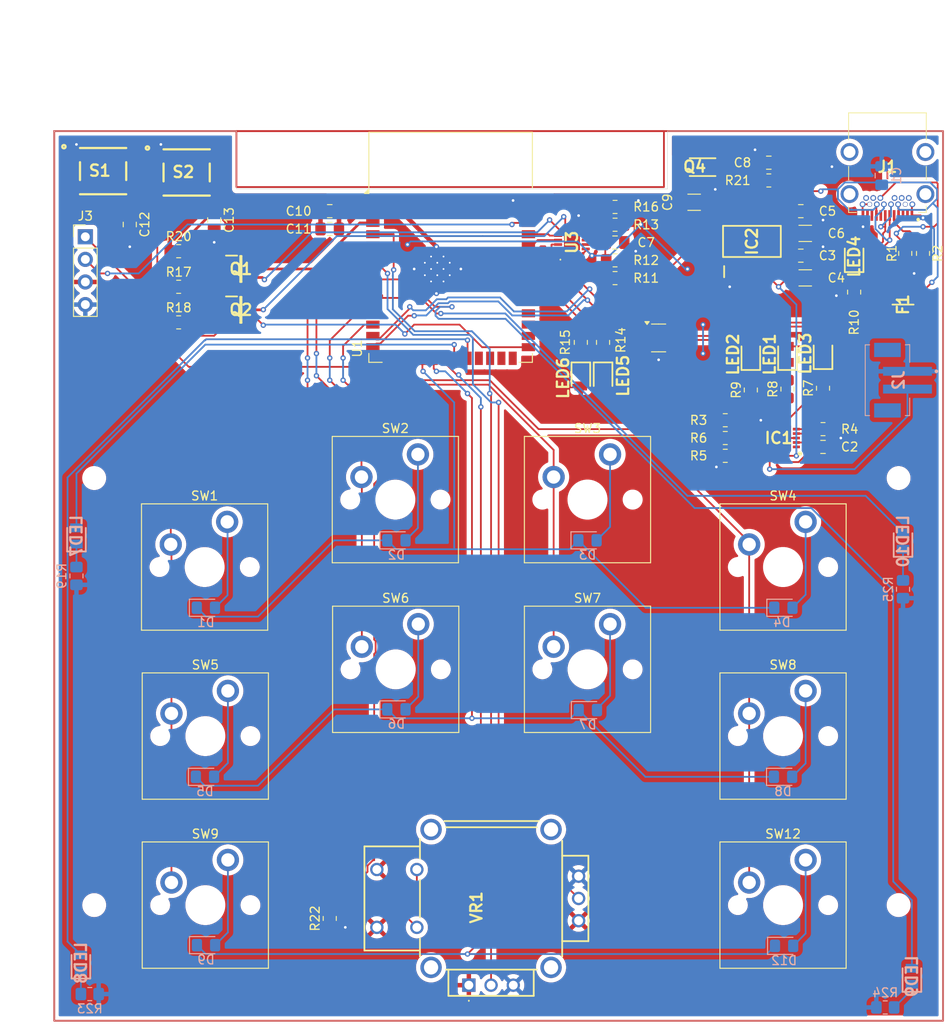
<source format=kicad_pcb>
(kicad_pcb (version 20241229) (generator "pcbnew") (generator_version "9.0")
  (layers (0 "F.Cu" signal) (2 "B.Cu" signal) (13 "F.Paste" user) (15 "B.Paste" user) (5 "F.SilkS" user "F.Silkscreen") (7 "B.SilkS" user "B.Silkscreen") (1 "F.Mask" user) (3 "B.Mask" user) (25 "Edge.Cuts" user))
  (net 0 "")
  (net 1 "GND")
  (net 2 "/VBUS")
  (net 3 "/+5V_USB")
  (net 4 "+5V")
  (net 5 "+3.3V")
  (net 6 "Net-(U3-VBUS)")
  (net 7 "/ESP32-S3-01/GPIO0")
  (net 8 "/ESP32-S3-01/CHIP_PU")
  (net 9 "/ESP32-S3-01/ROW_1")
  (net 10 "Net-(D1-A)")
  (net 11 "Net-(D2-A)")
  (net 12 "Net-(D3-A)")
  (net 13 "Net-(D4-A)")
  (net 14 "/ESP32-S3-01/ROW_2")
  (net 15 "Net-(D5-A)")
  (net 16 "Net-(D6-A)")
  (net 17 "Net-(D7-A)")
  (net 18 "Net-(D8-A)")
  (net 19 "Net-(D9-A)")
  (net 20 "/ESP32-S3-01/ROW_3")
  (net 21 "Net-(D12-A)")
  (net 22 "/VBAT")
  (net 23 "/CHARGED")
  (net 24 "/CHARGING_POWER_GOOD")
  (net 25 "Net-(IC1-PROG3)")
  (net 26 "Net-(IC1-~{TE})")
  (net 27 "Net-(IC1-PROG1)")
  (net 28 "/CHARGING")
  (net 29 "Net-(IC1-THERM)")
  (net 30 "/USB_DP")
  (net 32 "/USB_DN")
  (net 39 "Net-(J1-CC2)")
  (net 47 "Net-(J1-CC1)")
  (net 53 "/ESP32-S3-01/SDA")
  (net 54 "/ESP32-S3-01/SCL")
  (net 55 "Net-(LED1-K)")
  (net 56 "Net-(LED2-K)")
  (net 57 "Net-(LED3-K)")
  (net 58 "/PWD_LED")
  (net 59 "Net-(LED5-K)")
  (net 60 "Net-(LED6-K)")
  (net 61 "Net-(LED10-K)")
  (net 62 "/ESP32-S3-01/RTS")
  (net 63 "Net-(Q1-B)")
  (net 64 "/ESP32-S3-01/DTR")
  (net 65 "Net-(Q2-B)")
  (net 66 "/ESP32-S3-01/Light")
  (net 67 "Net-(Q4-C)")
  (net 68 "Net-(U3-~{RST})")
  (net 69 "Net-(U3-~{TXT}{slash}GPIO.2)")
  (net 70 "Net-(U3-~{RXT}{slash}GPIO.3)")
  (net 71 "Net-(U3-~{SUSPEND})")
  (net 76 "/ESP32-S3-01/COL_1")
  (net 77 "/ESP32-S3-01/COL_2")
  (net 78 "/ESP32-S3-01/COL_3")
  (net 79 "/ESP32-S3-01/COL_4")
  (net 87 "/ESP32-S3-01/TX_RX")
  (net 93 "/ESP32-S3-01/RX_TX")
  (net 96 "/ESP32-S3-01/USB_D-")
  (net 97 "/ESP32-S3-01/USB_D+")
  (net 103 "/ESP32-S3-01/LED1")
  (net 104 "/ESP32-S3-01/LED2")
  (net 105 "/ESP32-S3-01/LED3")
  (net 106 "/ESP32-S3-01/LED4")
  (net 107 "/ESP32-S3-01/JoyStick_Button")
  (net 108 "/ESP32-S3-01/JoyStick_2")
  (net 109 "/ESP32-S3-01/JoyStick_1")
  (net 114 "Net-(LED7-K)")
  (net 115 "Net-(LED8-K)")
  (net 116 "Net-(LED9-K)")
  (footprint "Capacitor_SMD:C_0805_2012Metric_Pad1.18x1.45mm_HandSolder" (layer "F.Cu") (at 127.5 61.5 180)
    (property "Reference" "C10")
    (property "Value" "0.1u" (hide yes))
  )
  (footprint "Footprints:TEMT6000X01" (layer "F.Cu") (at 168.9 56.55)
    (property "Reference" "Q4")
    (property "Value" "TEMT6000X01" (hide yes))
  )
  (footprint "Resistor_SMD:R_0805_2012Metric_Pad1.20x1.40mm_HandSolder" (layer "F.Cu") (at 110.5 70)
    (property "Reference" "R17")
    (property "Value" "10K" (hide yes))
  )
  (footprint "Capacitor_SMD:C_0805_2012Metric_Pad1.18x1.45mm_HandSolder" (layer "F.Cu") (at 105 63 -90)
    (property "Reference" "C12")
    (property "Value" "0.1u" (hide yes))
  )
  (footprint "PCM_Switch_Keyboard_Cherry_MX:SW_Cherry_MX_PCB_1.00u" (layer "F.Cu") (at 178.5 139.5)
    (property "Reference" "SW12")
    (property "Value" "SW_MEC_5G")
  )
  (footprint "Footprints:COM16273" (layer "F.Cu") (at 143.15 148.5 90)
    (property "Reference" "VR1")
    (property "Value" "COM-16273" (hide yes))
  )
  (footprint "Resistor_SMD:R_0805_2012Metric_Pad1.20x1.40mm_HandSolder" (layer "F.Cu") (at 183 81.4 90)
    (property "Reference" "R7")
    (property "Value" "470" (hide yes))
  )
  (footprint "Resistor_SMD:R_0805_2012Metric_Pad1.20x1.40mm_HandSolder" (layer "F.Cu") (at 176.9 58.05)
    (property "Reference" "R21")
    (property "Value" "10K" (hide yes))
  )
  (footprint "Footprints:LEDC2012X120N" (layer "F.Cu") (at 179 77.6 90)
    (property "Reference" "LED1")
    (property "Value" "LTST-C170KRKT" (hide yes))
  )
  (footprint "Capacitor_SMD:C_1206_3216Metric" (layer "F.Cu") (at 168.5 60.5)
    (property "Reference" "C9")
    (property "Value" "4.7u" (hide yes))
  )
  (footprint "Footprints:SOT96P237X111-3N" (layer "F.Cu") (at 117.5 72.59)
    (property "Reference" "Q2")
    (property "Value" "MMBT3904LT3G" (hide yes))
  )
  (footprint "Resistor_SMD:R_0805_2012Metric_Pad1.20x1.40mm_HandSolder" (layer "F.Cu") (at 155.75 76.25 -90)
    (property "Reference" "R15")
    (property "Value" "470" (hide yes))
  )
  (footprint "PCM_Switch_Keyboard_Cherry_MX:SW_Cherry_MX_PCB_1.00u" (layer "F.Cu") (at 156.5 93.92)
    (property "Reference" "SW3")
    (property "Value" "SW_MEC_5G")
  )
  (footprint "Capacitor_SMD:C_0805_2012Metric_Pad1.18x1.45mm_HandSolder" (layer "F.Cu") (at 176.9 56.05)
    (property "Reference" "C8")
    (property "Value" "0.1u" (hide yes))
  )
  (footprint "Package_TO_SOT_SMD:SOT-23-6" (layer "F.Cu") (at 164.5 75.75)
    (property "Reference" "U2" (hide yes))
    (property "Value" "USBLC6-2SC6" (hide yes))
  )
  (footprint "Capacitor_SMD:C_0805_2012Metric_Pad1.18x1.45mm_HandSolder" (layer "F.Cu") (at 114.5 62.5 -90)
    (property "Reference" "C13")
    (property "Value" "0.1u" (hide yes))
  )
  (footprint "Resistor_SMD:R_0805_2012Metric_Pad1.20x1.40mm_HandSolder" (layer "F.Cu") (at 183 86)
    (property "Reference" "R4")
    (property "Value" "10K" (hide yes))
  )
  (footprint "MountingHole:MountingHole_2.2mm_M2_ISO14580" (layer "F.Cu") (at 101 91.5)
    (property "Reference" "REF**" (hide yes))
    (property "Value" "MountingHole_2.2mm_M2_ISO14580" (hide yes))
  )
  (footprint "Resistor_SMD:R_0805_2012Metric_Pad1.20x1.40mm_HandSolder" (layer "F.Cu") (at 172 87 180)
    (property "Reference" "R6")
    (property "Value" "20K" (hide yes))
  )
  (footprint "PCM_Switch_Keyboard_Cherry_MX:SW_Cherry_MX_PCB_1.00u" (layer "F.Cu") (at 113.5 120.5)
    (property "Reference" "SW5")
    (property "Value" "SW_MEC_5G")
  )
  (footprint "Resistor_SMD:R_0805_2012Metric_Pad1.20x1.40mm_HandSolder" (layer "F.Cu") (at 194.25 66.25 -90)
    (property "Reference" "R2")
    (property "Value" "5K1" (hide yes))
  )
  (footprint "Resistor_SMD:R_0805_2012Metric_Pad1.20x1.40mm_HandSolder" (layer "F.Cu") (at 172 89 180)
    (property "Reference" "R5")
    (property "Value" "2K" (hide yes))
  )
  (footprint "PCM_Switch_Keyboard_Cherry_MX:SW_Cherry_MX_PCB_1.00u" (layer "F.Cu") (at 113.5 139.5)
    (property "Reference" "SW9")
    (property "Value" "SW_MEC_5G")
  )
  (footprint "Resistor_SMD:R_0805_2012Metric_Pad1.20x1.40mm_HandSolder" (layer "F.Cu") (at 127.5 141 90)
    (property "Reference" "R22")
    (property "Value" "10K" (hide yes))
  )
  (footprint "Resistor_SMD:R_0805_2012Metric_Pad1.20x1.40mm_HandSolder" (layer "F.Cu") (at 159.6 63.025 180)
    (property "Reference" "R13")
    (property "Value" "1K" (hide yes))
  )
  (footprint "Footprints:QFN50P400X400X100-21N-D" (layer "F.Cu") (at 178 87 180)
    (property "Reference" "IC1")
    (property "Value" "MCP73871-4CCI_ML" (hide yes))
  )
  (footprint "PCM_Switch_Keyboard_Cherry_MX:SW_Cherry_MX_PCB_1.00u" (layer "F.Cu") (at 134.88 93.92)
    (property "Reference" "SW2")
    (property "Value" "SW_MEC_5G")
  )
  (footprint "Resistor_SMD:R_0805_2012Metric_Pad1.20x1.40mm_HandSolder" (layer "F.Cu") (at 159.6 67.025)
    (property "Reference" "R12")
    (property "Value" "47K5" (hide yes))
  )
  (footprint "RF_Module:ESP32-S3-WROOM-1" (layer "F.Cu") (at 141.1 65.54)
    (property "Reference" "U1")
    (property "Value" "ESP32-S3-WROOM-1")
  )
  (footprint "Resistor_SMD:R_0805_2012Metric_Pad1.20x1.40mm_HandSolder" (layer "F.Cu") (at 192.25 66.25 -90)
    (property "Reference" "R1")
    (property "Value" "5K1" (hide yes))
  )
  (footprint "Resistor_SMD:R_0805_2012Metric_Pad1.20x1.40mm_HandSolder" (layer "F.Cu") (at 179 81.5 90)
    (property "Reference" "R8")
    (property "Value" "470" (hide yes))
  )
  (footprint "PCM_Switch_Keyboard_Cherry_MX:SW_Cherry_MX_PCB_1.00u" (layer "F.Cu") (at 134.92 113)
    (property "Reference" "SW6")
    (property "Value" "SW_MEC_5G")
  )
  (footprint "Resistor_SMD:R_0805_2012Metric_Pad1.20x1.40mm_HandSolder" (layer "F.Cu") (at 172 85 180)
    (property "Reference" "R3")
    (property "Value" "10K" (hide yes))
  )
  (footprint "Capacitor_SMD:C_0805_2012Metric_Pad1.18x1.45mm_HandSolder" (layer "F.Cu") (at 183 88)
    (property "Reference" "C2")
    (property "Value" "1u" (hide yes))
  )
  (footprint "Resistor_SMD:R_0805_2012Metric_Pad1.20x1.40mm_HandSolder" (layer "F.Cu") (at 186.5 70.6 90)
    (property "Reference" "R10")
    (property "Value" "470" (hide yes))
  )
  (footprint "PCM_Switch_Keyboard_Cherry_MX:SW_Cherry_MX_PCB_1.00u" (layer "F.Cu") (at 113.42 101.5)
    (property "Reference" "SW1")
    (property "Value" "SW_MEC_5G")
  )
  (footprint "Connector_PinHeader_2.54mm:PinHeader_1x04_P2.54mm_Vertical" (layer "F.Cu") (at 100 64.38)
    (property "Reference" "J3")
    (property "Value" "Conn_01x04_MountingPin")
  )
  (footprint "Footprints:FUSC3226X100N" (layer "F.Cu") (at 192 72 90)
    (property "Reference" "F1")
    (property "Value" "0ZCH0110AF2E" (hide yes))
  )
  (footprint "Resistor_SMD:R_0805_2012Metric_Pad1.20x1.40mm_HandSolder" (layer "F.Cu") (at 159.6 61.025)
    (property "Reference" "R16")
    (property "Value" "1K" (hide yes))
  )
  (footprint "Resistor_SMD:R_0805_2012Metric_Pad1.20x1.40mm_HandSolder" (layer "F.Cu") (at 158.25 76.25 -90)
    (property "Reference" "R14")
    (property "Value" "470" (hide yes))
  )
  (footprint "Footprints:SOT230P700X180-4N" (layer "F.Cu") (at 175 64.9 90)
    (property "Reference" "IC2")
    (property "Value" "LM1117MPX-33NOPB" (hide yes))
  )
  (footprint "PCM_Switch_Keyboard_Cherry_MX:SW_Cherry_MX_PCB_1.00u" (layer "F.Cu") (at 178.5 101.5)
    (property "Reference" "SW4")
    (property "Value" "SW_MEC_5G")
  )
  (footprint "Footprints:CP2102NA02GQFN20" (layer "F.Cu") (at 154.75 65 90)
    (property "Reference" "U3")
    (property "Value" "CP2102N-Axx-xQFN20" (hide yes))
  )
  (footprint "Capacitor_SMD:C_0805_2012Metric_Pad1.18x1.45mm_HandSolder" (layer "F.Cu") (at 180.5 66.5)
    (property "Reference" "C3")
    (property "Value" "0.1u" (hide yes))
  )
  (footprint "Capacitor_SMD:C_1206_3216Metric" (layer "F.Cu") (at 181 64)
    (property "Reference" "C6")
    (property "Value" "10u" (hide yes))
  )
  (footprint "Footprints:LEDC2012X120N" (layer "F.Cu") (at 174.875 77.6 90)
    (property "Reference" "LED2")
    (property "Value" "LTST-C170GKT" (hide yes))
  )
  (footprint "Resistor_SMD:R_0805_2012Metric_Pad1.20x1.40mm_HandSolder" (layer "F.Cu") (at 174.875 81.6 90)
    (property "Reference" "R9")
    (property "Value" "470" (hide yes))
  )
  (footprint "MountingHole:MountingHole_2.2mm_M2_ISO14580" (layer "F.Cu") (at 101 139.5)
    (property "Reference" "REF**" (hide yes))
    (property "Value" "MountingHole_2.2mm_M2_ISO14580" (hide yes))
  )
  (footprint "PCM_Switch_Keyboard_Cherry_MX:SW_Cherry_MX_PCB_1.00u" (layer "F.Cu") (at 178.5 120.5)
    (property "Reference" "SW8")
    (property "Value" "SW_MEC_5G")
  )
  (footprint "Footprints:SKQGAKE010" (layer "F.Cu") (at 102 57)
    (property "Reference" "S1")
    (property "Value" "SKQGABE010" (hide yes))
  )
  (footprint "MountingHole:MountingHole_2.2mm_M2_ISO14580" (layer "F.Cu") (at 191.5 91.5)
    (property "Reference" "REF**" (hide yes))
    (property "Value" "MountingHole_2.2mm_M2_ISO14580" (hide yes))
  )
  (footprint "Footprints:LEDC2012X120N" (layer "F.Cu") (at 186.5 66.6 90)
    (property "Reference" "LED4")
    (property "Value" "LTST-C170KRKT" (hide yes))
  )
  (footprint "Footprints:LEDC2012X120N" (layer "F.Cu") (at 155.75 80.25 -90)
    (property "Reference" "LED6")
    (property "Value" "LTST-C170KRKT" (hide yes))
  )
  (footprint "Capacitor_SMD:C_0805_2012Metric_Pad1.18x1.45mm_HandSolder" (layer "F.Cu") (at 127.5 63.5 180)
    (property "Reference" "C11")
    (property "Value" "10u" (hide yes))
  )
  (footprint "Capacitor_SMD:C_1206_3216Metric" (layer "F.Cu") (at 181 69)
    (property "Reference" "C4")
    (property "Value" "10u" (hide yes))
  )
  (footprint "Footprints:SKQGAKE010" (layer "F.Cu") (at 111.4 57.15)
    (property "Reference" "S2")
    (property "Value" "SKQGABE010" (hide yes))
  )
  (footprint "PCM_Switch_Keyboard_Cherry_MX:SW_Cherry_MX_PCB_1.00u" (layer "F.Cu") (at 156.5 113)
    (property "Reference" "SW7")
    (property "Value" "SW_MEC_5G")
  )
  (footprint "Capacitor_SMD:C_0805_2012Metric_Pad1.18x1.45mm_HandSolder" (layer "F.Cu") (at 180.5 61.5)
    (property "Reference" "C5")
    (property "Value" "0.1u" (hide yes))
  )
  (footprint "Footprints:LEDC2012X120N" (layer "F.Cu") (at 183 77.5 90)
    (property "Reference" "LED3")
    (property "Value" "LTST-C170TBKT" (hide yes))
  )
  (footprint "Resistor_SMD:R_0805_2012Metric_Pad1.20x1.40mm_HandSolder" (layer "F.Cu") (at 159.6 69.025 180)
    (property "Reference" "R11")
    (property "Value" "22K1" (hide yes))
  )
  (footprint "Resistor_SMD:R_0805_2012Metric_Pad1.20x1.40mm_HandSolder" (layer "F.Cu") (at 110.5 66)
    (property "Reference" "R20")
    (property "Value" "10K" (hide yes))
  )
  (footprint "Capacitor_SMD:C_0805_2012Metric_Pad1.18x1.45mm_HandSolder" (layer "F.Cu") (at 159.6 65.025)
    (property "Reference" "C7")
    (property "Value" "1u" (hide yes))
  )
  (footprint "Resistor_SMD:R_0805_2012Metric_Pad1.20x1.40mm_HandSolder" (layer "F.Cu") (at 110.5 74)
    (property "Reference" "R18")
    (property "Value" "10K" (hide yes))
  )
  (footprint "Footprints:SOT96P237X111-3N" (layer "F.Cu") (at 117.5 68)
    (property "Reference" "Q1")
    (property "Value" "MMBT3904LT3G" (hide yes))
  )
  (footprint "MountingHole:MountingHole_2.2mm_M2_ISO14580" (layer "F.Cu") (at 191.5 139.5)
    (property "Reference" "REF**" (hide yes))
    (property "Value" "MountingHole_2.2mm_M2_ISO14580" (hide yes))
  )
  (footprint "Footprints:LEDC2012X120N" (layer "F.Cu") (at 158.25 80.25 -90)
    (property "Reference" "LED5")
    (property "Value" "LTST-C170GKT" (hide yes))
  )
  (footprint "Footprints:SS52400002" (layer "F.Cu") (at 190.25 56.5 180)
    (property "Reference" "J1")
    (property "Value" "SS-52400-002" (hide yes))
  )
  (footprint "Diode_SMD:D_0805_2012Metric_Pad1.15x1.40mm_HandSolder" (layer "B.Cu") (at 178.54 106.08)
    (property "Reference" "D4")
    (property "Value" "D")
  )
  (footprint "Diode_SMD:D_0805_2012Metric_Pad1.15x1.40mm_HandSolder" (layer "B.Cu") (at 135 98.5)
    (property "Reference" "D2")
    (property "Value" "D")
  )
  (footprint "Diode_SMD:D_0805_2012Metric_Pad1.15x1.40mm_HandSolder" (layer "B.Cu") (at 135 117.5)
    (property "Reference" "D6")
    (property "Value" "D")
  )
  (footprint "Diode_SMD:D_0805_2012Metric_Pad1.15x1.40mm_HandSolder" (layer "B.Cu") (at 113.46 125.08)
    (property "Reference" "D5")
    (property "Value" "D")
  )
  (footprint "Footprints:LEDC2012X120N" (layer "B.Cu") (at 192 98.6 90)
    (property "Reference" "LED10")
    (property "Value" "LTST-C170TBKT" (hide yes))
  )
  (footprint "Diode_SMD:D_0805_2012Metric_Pad1.15x1.40mm_HandSolder" (layer "B.Cu") (at 113.58 144)
    (property "Reference" "D9")
    (property "Value" "D")
  )
  (footprint "Diode_SMD:D_0805_2012Metric_Pad1.15x1.40mm_HandSolder" (layer "B.Cu") (at 178.5 125.08)
    (property "Reference" "D8")
    (property "Value" "D")
  )
  (footprint "Diode_SMD:D_0805_2012Metric_Pad1.15x1.40mm_HandSolder" (layer "B.Cu") (at 156.5 98.5)
    (property "Reference" "D3")
    (property "Value" "D")
  )
  (footprint "Diode_SMD:D_0805_2012Metric_Pad1.15x1.40mm_HandSolder" (layer "B.Cu") (at 178.62 144.08)
    (property "Reference" "D12")
    (property "Value" "D")
  )
  (footprint "Resistor_SMD:R_0805_2012Metric_Pad1.20x1.40mm_HandSolder" (layer "B.Cu") (at 100.5 149.5)
    (property "Reference" "R23")
    (property "Value" "470" (hide yes))
  )
  (footprint "Resistor_SMD:R_0805_2012Metric_Pad1.20x1.40mm_HandSolder" (layer "B.Cu") (at 190 151 180)
    (property "Reference" "R24")
    (property "Value" "470" (hide yes))
  )
  (footprint "Footprints:LEDC2012X120N" (layer "B.Cu") (at 99 98 90)
    (property "Reference" "LED7")
    (property "Value" "LTST-C170TBKT" (hide yes))
  )
  (footprint "Capacitor_SMD:C_0805_2012Metric_Pad1.18x1.45mm_HandSolder" (layer "B.Cu") (at 189.6 57.5 90)
    (property "Reference" "C1")
    (property "Value" "0.1u")
  )
  (footprint "Footprints:LEDC2012X120N" (layer "B.Cu") (at 193 147.5 90)
    (property "Reference" "LED9")
    (property "Value" "LTST-C170TBKT" (hide yes))
  )
  (footprint "Footprints:LEDC2012X120N" (layer "B.Cu") (at 99.5 146 90)
    (property "Reference" "LED8")
    (property "Value" "LTST-C170TBKT" (hide yes))
  )
  (footprint "Resistor_SMD:R_0805_2012Metric_Pad1.20x1.40mm_HandSolder" (layer "B.Cu") (at 192 104 -90)
    (property "Reference" "R25")
    (property "Value" "470" (hide yes))
  )
  (footprint "Diode_SMD:D_0805_2012Metric_Pad1.15x1.40mm_HandSolder" (layer "B.Cu") (at 156.54 117.58)
    (property "Reference" "D7")
    (property "Value" "D")
  )
  (footprint "Footprints:B2BPHSM4TBLFSN" (layer "B.Cu") (at 190.25 80.5 -90)
    (property "Reference" "J2")
    (property "Value" "B2B-PH-SM4-TB_LF__SN_" (hide yes))
  )
  (footprint "Diode_SMD:D_0805_2012Metric_Pad1.15x1.40mm_HandSolder" (layer "B.Cu") (at 113.565 106.08)
    (property "Reference" "D1")
    (property "Value" "D")
  )
  (footprint "Resistor_SMD:R_0805_2012Metric_Pad1.20x1.40mm_HandSolder" (layer "B.Cu") (at 99 102.5 -90)
    (property "Reference" "R19")
    (property "Value" "470")
  )
  (gr_rect (start 96.5 52.5) (end 196.5 152.5) (stroke (width 0.2)) (fill no) (layer "F.Cu") (net 79))
  (gr_rect (start 117 52.5) (end 165.1 58.79) (stroke (width 0.2)) (fill no) (layer "F.Cu") (net 79))
  (gr_line (start 196.5 52.5) (end 196.5 152.5) (stroke (width 0.05)) (layer "Edge.Cuts"))
  (gr_line (start 96.5 152.5) (end 96.5 52.5) (stroke (width 0.05)) (layer "Edge.Cuts"))
  (gr_line (start 165.5 52.5) (end 196.5 52.5) (stroke (width 0.05)) (layer "Edge.Cuts"))
  (gr_line (start 165.5 59) (end 165.5 52.5) (stroke (width 0.05)) (layer "Edge.Cuts"))
  (gr_line (start 117 59) (end 165.5 59) (stroke (width 0.05)) (layer "Edge.Cuts"))
  (gr_line (start 117 52.5) (end 117 59) (stroke (width 0.05)) (layer "Edge.Cuts"))
  (gr_line (start 96.5 52.5) (end 117 52.5) (stroke (width 0.05)) (layer "Edge.Cuts"))
  (gr_line (start 196.5 152.5) (end 96.5 152.5) (stroke (width 0.05)) (layer "Edge.Cuts"))
  (segment (start 170.875 59.6) (end 169.975 60.5) (width 0.2) (layer "F.Cu") (net 1))
  (segment (start 148.125 60.3) (end 149.83 60.3) (width 0.2) (layer "F.Cu") (net 1))
  (segment (start 163.3625 75.75) (end 164.024999 75.75) (width 0.2) (layer "F.Cu") (net 1))
  (segment (start 182.475 69.475) (end 184 71) (width 0.2) (layer "F.Cu") (net 1))
  (segment (start 182.475 69) (end 182.475 69.475) (width 0.2) (layer "F.Cu") (net 1))
  (segment (start 192.25 67.5) (end 193.25 68.5) (width 0.2) (layer "F.Cu") (net 1))
  (segment (start 187.45 61.93) (end 187.5 61.98) (width 0.2) (layer "F.Cu") (net 1))
  (segment (start 193 60.78) (end 193.05 60.73) (width 0.2) (layer "F.Cu") (net 1))
  (segment (start 139.6 70.65) (end 139.6 68.7) (width 0.2) (layer "F.Cu") (net 1))
  (segment (start 184.0375 88) (end 184.0375 87.9625) (width 0.2) (layer "F.Cu") (net 1))
  (segment (start 175.8625 56.05) (end 175.8625 55.1125) (width 0.2) (layer "F.Cu") (net 1))
  (segment (start 139.6 68) (end 139.6 65.6) (width 0.2) (layer "F.Cu") (net 1))
  (segment (start 182.475 63.025) (end 183 62.5) (width 0.2) (layer "F.Cu") (net 1))
  (segment (start 139.5 70.75) (end 139.6 70.65) (width 0.2) (layer "F.Cu") (net 1))
  (segment (start 160.6375 65.025) (end 160.95 65.025) (width 0.2) (layer "F.Cu") (net 1))
  (segment (start 160.6 61.025) (end 161.5 61.025) (width 0.2) (layer "F.Cu") (net 1))
  (segment (start 177 85) (end 177 86) (width 0.2) (layer "F.Cu") (net 1))
  (segment (start 172.7 68.3) (end 172.7 69.8) (width 0.2) (layer "F.Cu") (net 1))
  (segment (start 114.5 63.5375) (end 114.5 65) (width 0.2) (layer "F.Cu") (net 1))
  (segment (start 177 86) (end 178 87) (width 0.2) (layer "F.Cu") (net 1))
  (segment (start 160.6 67.025) (end 160.9 67.025) (width 0.2) (layer "F.Cu") (net 1))
  (segment (start 176 86) (end 177 86) (width 0.2) (layer "F.Cu") (net 1))
  (segment (start 155.5 62) (end 155.5 63.45) (width 0.2) (layer "F.Cu") (net 1))
  (segment (start 181.5375 66.5) (end 182 66.5) (width 0.2) (layer "F.Cu") (net 1))
  (segment (start 182 61.5) (end 183 62.5) (width 0.2) (layer "F.Cu") (net 1))
  (segment (start 172.7 69.8) (end 172.5 70) (width 0.2) (layer "F.Cu") (net 1))
  (segment (start 182.475 64.975) (end 183 65.5) (width 0.2) (layer "F.Cu") (net 1))
  (segment (start 192.25 67.25) (end 192.25 67.5) (width 0.2) (layer "F.Cu") (net 1))
  (segment (start 108.3 55.3) (end 108.3 54.2) (width 0.2) (layer "F.Cu") (net 1))
  (segment (start 193 61.98) (end 193.98 61.98) (width 0.2) (layer "F.Cu") (net 1))
  (segment (start 171 89) (end 171 85) (width 0.2) (layer "F.Cu") (net 1))
  (segment (start 132.35 60.28) (end 127.6825 60.28) (width 0.5) (layer "F.Cu") (net 1))
  (segment (start 187.5 61.98) (end 187.5 63.25) (width 0.2) (layer "F.Cu") (net 1))
  (segment (start 182.475 64) (end 182.475 64.975) (width 0.2) (layer "F.Cu") (net 1))
  (segment (start 184 86) (end 185 87) (width 0.2) (layer "F.Cu") (net 1))
  (segment (start 160.6 61.025) (end 160.75 61.025) (width 0.2) (layer "F.Cu") (net 1))
  (segment (start 164.525 76.250001) (end 164.525 78.175) (width 0.2) (layer "F.Cu") (net 1))
  (segment (start 176 86) (end 176 85) (width 0.2) (layer "F.Cu") (net 1))
  (segment (start 154.5 65.25) (end 154.75 65) (width 0.2) (layer "F.Cu") (net 1))
  (segment (start 160.95 65.025) (end 161.925 66) (width 0.2) (layer "F.Cu") (net 1))
  (segment (start 175.8625 55.1125) (end 175.35 54.6) (width 0.2) (layer "F.Cu") (net 1))
  (segment (start 185.1 71.6) (end 184.5 71) (width 0.2) (layer "F.Cu") (net 1))
  (segment (start 126.4625 61.5) (end 126.4625 63.5) (width 0.5) (layer "F.Cu") (net 1))
  (segment (start 186.5 71.6) (end 185.1 71.6) (width 0.2) (layer "F.Cu") (net 1))
  (segment (start 98.9 55.15) (end 98.9 54.1) (width 0.2) (layer "F.Cu") (net 1))
  (segment (start 184.0375 87.9625) (end 185 87) (width 0.2) (layer "F.Cu") (net 1))
  (segment (start 194.25 67.5) (end 193.25 68.5) (width 0.2) (layer "F.Cu") (net 1))
  (segment (start 108.3 54.2) (end 108.5 54) (width 0.2) (layer "F.Cu") (net 1))
  (segment (start 184 71) (end 184.5 71) (width 0.2) (layer "F.Cu") (net 1))
  (segment (start 187.45 60.73) (end 187.45 61.93) (width 0.2) (layer "F.Cu") (net 1))
  (segment (start 193 61.98) (end 193 60.78) (width 0.2) (layer "F.Cu") (net 1))
  (segment (start 194.25 67.25) (end 194.25 67.5) (width 0.2) (layer "F.Cu") (net 1))
  (segment (start 142.25 68) (end 140.3 68) (width 0.2) (layer "F.Cu") (net 1))
  (segment (start 181.5375 61.5) (end 182 61.5) (width 0.2) (layer "F.Cu") (net 1))
  (segment (start 160.75 61.025) (end 160.85 60.925) (width 0.2) (layer "F.Cu") (net 1))
  (segment (start 127.5 142) (end 129.25 142) (width 0.2) (layer "F.Cu") (net 1))
  (segment (start 187.45 60.73) (end 188.25 60.73) (width 0.2) (layer "F.Cu") (net 1))
  (segment (start 193.05 61.93) (end 193 61.98) (width 0.2) (layer "F.Cu") (net 1))
  (segment (start 134.28 60.28) (end 139.5 65.5) (width 0.5) (layer "F.Cu") (net 1))
  (segment (start 137 68) (end 139.6 68) (width 0.2) (layer "F.Cu") (net 1))
  (segment (start 182.475 64) (end 182.475 63.025) (width 0.2) (layer "F.Cu") (net 1))
  (segment (start 132.35 60.28) (end 134.28 60.28) (width 0.5) (layer "F.Cu") (net 1))
  (segment (start 160.9 67.025) (end 161.925 66) (width 0.2) (layer "F.Cu") (net 1))
  (segment (start 180 87) (end 178 87) (width 0.2) (layer "F.Cu") (net 1))
  (segment (start 161.5 61.025) (end 162.225 60.3) (width 0.2) (layer "F.Cu") (net 1))
  (segment (start 154.5 66.55) (end 154.5 65.25) (width 0.2) (layer "F.Cu") (net 1))
  (segment (start 105 65.5) (end 105 64.0375) (width 0.2) (layer "F.Cu") (net 1))
  (segment (start 171 89) (end 171 90.25) (width 0.2) (layer "F.Cu") (net 1))
  (segment (start 155.5 64.25) (end 155.5 63.45) (width 0.2) (layer "F.Cu") (net 1))
  (segment (start 149.83 60.3) (end 149.85 60.28) (width 0.2) (layer "F.Cu") (net 1))
  (segment (start 154 65.75) (end 155 64.75) (width 0.2) (layer "F.Cu") (net 1))
  (segment (start 98.9 54.1) (end 99 54) (width 0.2) (layer "F.Cu") (net 1))
  (segment (start 164.024999 75.75) (end 164.525 76.250001) (width 0.2) (layer "F.Cu") (net 1))
  (segment (start 177 85) (end 176 85) (width 0.2) (layer "F.Cu") (net 1))
  (segment (start 154.75 65) (end 155.5 64.25) (width 0.2) (layer "F.Cu") (net 1))
  (segment (start 170.875 59.05) (end 170.875 59.6) (width 0.2) (layer "F.Cu") (net 1))
  (segment (start 139.6 65.6) (end 139.5 65.5) (width 0.2) (layer "F.Cu") (net 1))
  (segment (start 127.6825 60.28) (end 126.4625 61.5) (width 0.5) (layer "F.Cu") (net 1))
  (segment (start 182 66.5) (end 183 65.5) (width 0.2) (layer "F.Cu") (net 1))
  (segment (start 193.98 61.98) (end 194.25 62.25) (width 0.2) (layer "F.Cu") (net 1))
  (via (at 187.5 63.25) (size 0.6) (drill 0.3) (layers "F.Cu" "B.Cu") (net 1))
  (via (at 175.35 54.6) (size 0.6) (drill 0.3) (layers "F.Cu" "B.Cu") (net 1))
  (via (at 99 54) (size 0.6) (drill 0.3) (layers "F.Cu" "B.Cu") (net 1))
  (via (at 142.25 68) (size 0.6) (drill 0.3) (layers "F.Cu" "B.Cu") (net 1))
  (via (at 172.5 70) (size 0.6) (drill 0.3) (layers "F.Cu" "B.Cu") (net 1))
  (via (at 164.503767 78.207252) (size 0.6) (drill 0.3) (layers "F.Cu" "B.Cu") (net 1))
  (via (at 139.5 65.5) (size 0.6) (drill 0.3) (layers "F.Cu" "B.Cu") (net 1))
  (via (at 114.5 65) (size 0.6) (drill 0.3) (layers "F.Cu" "B.Cu") (net 1))
  (via (at 148.125 60.3) (size 0.6) (drill 0.3) (layers "F.Cu" "B.Cu") (net 1))
  (via (at 183 62.5) (size 0.6) (drill 0.3) (layers "F.Cu" "B.Cu") (net 1))
  (via (at 105 65.5) (size 0.6) (drill 0.3) (layers "F.Cu" "B.Cu") (net 1))
  (via (at 193.25 68.5) (size 0.6) (drill 0.3) (layers "F.Cu" "B.Cu") (net 1))
  (via (at 162.225 60.3) (size 0.6) (drill 0.3) (layers "F.Cu" "B.Cu") (net 1))
  (via (at 171 90.25) (size 0.6) (drill 0.3) (layers "F.Cu" "B.Cu") (net 1))
  (via (at 170.875 59.05) (size 0.6) (drill 0.3) (layers "F.Cu" "B.Cu") (net 1))
  (via (at 137 68) (size 0.6) (drill 0.3) (layers "F.Cu" "B.Cu") (net 1))
  (via (at 108.5 54) (size 0.6) (drill 0.3) (layers "F.Cu" "B.Cu") (net 1))
  (via (at 185 87) (size 0.6) (drill 0.3) (layers "F.Cu" "B.Cu") (net 1))
  (via (at 183 65.5) (size 0.6) (drill 0.3) (layers "F.Cu" "B.Cu") (net 1))
  (via (at 184 56.5) (size 0.6) (drill 0.3) (layers "F.Cu" "B.Cu") (net 1))
  (via (at 176 85) (size 0.6) (drill 0.3) (layers "F.Cu" "B.Cu") (net 1))
  (via (at 129.25 142) (size 0.6) (drill 0.3) (layers "F.Cu" "B.Cu") (net 1))
  (via (at 161.925 66) (size 0.6) (drill 0.3) (layers "F.Cu" "B.Cu") (net 1))
  (via (at 139.5 70.75) (size 0.6) (drill 0.3) (layers "F.Cu" "B.Cu") (net 1))
  (via (at 155.5 62) (size 0.6) (drill 0.3) (layers "F.Cu" "B.Cu") (net 1))
  (via (at 184.5 71) (size 0.6) (drill 0.3) (layers "F.Cu" "B.Cu") (net 1))
  (via (at 194.25 62.25) (size 0.6) (drill 0.3) (layers "F.Cu" "B.Cu") (net 1))
  (segment (start 184.0375 56.4625) (end 184 56.5) (width 0.2) (layer "B.Cu") (net 1))
  (segment (start 194.25 62.25) (end 195.498 63.498) (width 0.2) (layer "B.Cu") (net 1))
  (segment (start 189.6 56.4625) (end 184.0375 56.4625) (width 0.2) (layer "B.Cu") (net 1))
  (segment (start 195.498 66.252) (end 193.25 68.5) (width 0.2) (layer "B.Cu") (net 1))
  (segment (start 195.498 63.498) (end 195.498 66.252) (width 0.2) (layer "B.Cu") (net 1))
  (segment (start 191.5 60.78) (end 191.45 60.73) (width 0.2) (layer "F.Cu") (net 2))
  (segment (start 189 60.78) (end 189.05 60.73) (width 0.2) (layer "F.Cu") (net 2))
  (segment (start 165.283032 75.75) (end 164.65 75.116968) (width 0.2) (layer "F.Cu") (net 2))
  (segment (start 165.6375 75.75) (end 165.283032 75.75) (width 0.2) (layer "F.Cu") (net 2))
  (segment (start 189 61.98) (end 189 60.78) (width 0.2) (layer "F.Cu") (net 2))
  (segment (start 164.65 75.116968) (end 164.65 72.025) (width 0.2) (layer "F.Cu") (net 2))
  (segment (start 174.423 59.25) (end 182.75 59.25) (width 0.2) (layer "F.Cu") (net 2))
  (segment (start 194.37 70.38) (end 195.25 69.5) (width 0.2) (layer "F.Cu") (net 2))
  (segment (start 161.65 69.025) (end 160.6 69.025) (width 0.2) (layer "F.Cu") (net 2))
  (segment (start 164.65 69.023) (end 174.423 59.25) (width 0.2) (layer "F.Cu") (net 2))
  (segment (start 164.65 72.025) (end 164.65 69.023) (width 0.2) (layer "F.Cu") (net 2))
  (segment (start 191.5 61.98) (end 191.5 60.78) (width 0.2) (layer "F.Cu") (net 2))
  (segment (start 164.65 72.025) (end 161.65 69.025) (width 0.2) (layer "F.Cu") (net 2))
  (segment (start 192 70.38) (end 194.37 70.38) (width 0.2) (layer "F.Cu") (net 2))
  (via (at 195.25 69.5) (size 0.6) (drill 0.3) (layers "F.Cu" "B.Cu") (net 2))
  (via (at 182.75 59.25) (size 0.6) (drill 0.3) (layers "F.Cu" "B.Cu") (net 2))
  (segment (start 195.899 61.149) (end 195.899 68.851) (width 0.2) (layer "B.Cu") (net 2))
  (segment (start 195.826 60.120963) (end 195.348481 60.598481) (width 0.2) (layer "B.Cu") (net 2))
  (segment (start 182.960963 59.039037) (end 182.75 59.25) (width 0.2) (layer "B.Cu") (net 2))
  (segment (start 189.3365 58.274) (end 185.439037 58.274) (width 0.2) (layer "B.Cu") (net 2))
  (segment (start 194.590963 61.356) (end 191.606 61.356) (width 0.2) (layer "B.Cu") (net 2))
  (segment (start 195.060963 58.274) (end 195.826 59.039037) (width 0.2) (layer "B.Cu") (net 2))
  (segment (start 189.6 58.5375) (end 189.3365 58.274) (width 0.2) (layer "B.Cu") (net 2))
  (segment (start 184.674 59.25) (end 184.463037 59.039037) (width 0.2) (layer "B.Cu") (net 2))
  (segment (start 188.644 61.356) (end 189.05 60.95) (width 0.2) (layer "B.Cu") (net 2))
  (segment (start 191.606 61.356) (end 191.45 61.2) (width 0.2) (layer "B.Cu") (net 2))
  (segment (start 186.259036 61.356) (end 188.644 61.356) (width 0.2) (layer "B.Cu") (net 2))
  (segment (start 189.6 58.5375) (end 189.8635 58.274) (width 0.2) (layer "B.Cu") (net 2))
  (segment (start 184.674 59.25) (end 184.674 60.120963) (width 0.2) (layer "B.Cu") (net 2))
  (segment (start 195.348481 60.598481) (end 195.899 61.149) (width 0.2) (layer "B.Cu") (net 2))
  (segment (start 195.826 59.039037) (end 195.826 60.120963) (width 0.2) (layer "B.Cu") (net 2))
  (segment (start 184.674 59.039037) (end 184.674 59.25) (width 0.2) (layer "B.Cu") (net 2))
  (segment (start 185.439037 58.274) (end 184.674 59.039037) (width 0.2) (layer "B.Cu") (net 2))
  (segment (start 184.463037 59.039037) (end 182.960963 59.039037) (width 0.2) (layer "B.Cu") (net 2))
  (segment (start 185.909037 61.356) (end 186.259037 61.356) (width 0.2) (layer "B.Cu") (net 2))
  (segment (start 186.201518 61.298482) (end 186.259036 61.356) (width 0.2) (layer "B.Cu") (net 2))
  (segment (start 191.45 61.2) (end 191.45 60.73) (width 0.2) (layer "B.Cu") (net 2))
  (segment (start 195.899 68.851) (end 195.25 69.5) (width 0.2) (layer "B.Cu") (net 2))
  (segment (start 184.674 60.120963) (end 185.909037 61.356) (width 0.2) (layer "B.Cu") (net 2))
  (segment (start 186.259037 61.356) (end 186.201518 61.298482) (width 0.2) (layer "B.Cu") (net 2))
  (segment (start 189.05 60.95) (end 189.05 60.73) (width 0.2) (layer "B.Cu") (net 2))
  (segment (start 189.8635 58.274) (end 195.060963 58.274) (width 0.2) (layer "B.Cu") (net 2))
  (segment (start 195.348481 60.598481) (end 194.590963 61.356) (width 0.2) (layer "B.Cu") (net 2))
  (segment (start 180.2615 89.701) (end 181.9625 88) (width 0.2) (layer "F.Cu") (net 3))
  (segment (start 178 89) (end 178.5 89) (width 0.2) (layer "F.Cu") (net 3))
  (segment (start 180 87.5) (end 181.4625 87.5) (width 0.2) (layer "F.Cu") (net 3))
  (segment (start 178.5 89.652) (end 178.549 89.701) (width 0.2) (layer "F.Cu") (net 3))
  (segment (start 181.4625 87.5) (end 181.9625 88) (width 0.2) (layer "F.Cu") (net 3))
  (segment (start 182.6 76.6) (end 182.5 76.7) (width 0.2) (layer "F.Cu") (net 3))
  (segment (start 182.5 76.7) (end 174.875 76.7) (width 0.2) (layer "F.Cu") (net 3))
  (segment (start 192 73.62) (end 188.88 73.62) (width 0.2) (layer "F.Cu") (net 3))
  (segment (start 188.88 73.62) (end 185.9 76.6) (width 0.2) (layer "F.Cu") (net 3))
  (segment (start 183.099 83.88716) (end 185 81.98616) (width 0.2) (layer "F.Cu") (net 3))
  (segment (start 178.5 89) (end 178.5 89.652) (width 0.2) (layer "F.Cu") (net 3))
  (segment (start 185 81.98616) (end 185 76.6) (width 0.2) (layer "F.Cu") (net 3))
  (segment (start 178 89) (end 177.5 89) (width 0.2) (layer "F.Cu") (net 3))
  (segment (start 185 76.6) (end 183 76.6) (width 0.2) (layer "F.Cu") (net 3))
  (segment (start 181.9625 87.8105) (end 180.652 86.5) (width 0.2) (layer "F.Cu") (net 3))
  (segment (start 185.9 76.6) (end 185 76.6) (width 0.2) (layer "F.Cu") (net 3))
  (segment (start 183 76.6) (end 182.6 76.6) (width 0.2) (layer "F.Cu") (net 3))
  (segment (start 180.652 86.5) (end 180 86.5) (width 0.2) (layer "F.Cu") (net 3))
  (segment (start 181.9625 88) (end 181.9625 87.8105) (width 0.2) (layer "F.Cu") (net 3))
  (segment (start 178.549 89.701) (end 180.2615 89.701) (width 0.2) (layer "F.Cu") (net 3))
  (segment (start 183.099 86.8635) (end 183.099 83.88716) (width 0.2) (layer "F.Cu") (net 3))
  (segment (start 181.9625 88) (end 183.099 86.8635) (width 0.2) (layer "F.Cu") (net 3))
  (segment (start 179.525 69) (end 179.525 66.5625) (width 0.2) (layer "F.Cu") (net 4))
  (segment (start 177.3 69.3) (end 178 70) (width 0.2) (layer "F.Cu") (net 4))
  (segment (start 179.525 69) (end 179 69) (width 0.2) (layer "F.Cu") (net 4))
  (segment (start 179 89) (end 180 89) (width 0.2) (layer "F.Cu") (net 4))
  (segment (start 177.3 68.3) (end 177.3 69.3) (width 0.2) (layer "F.Cu") (net 4))
  (segment (start 180 89) (end 180 88) (width 0.2) (layer "F.Cu") (net 4))
  (segment (start 179 69) (end 178 70) (width 0.2) (layer "F.Cu") (net 4))
  (segment (start 179.525 66.5625) (end 179.4625 66.5) (width 0.2) (layer "F.Cu") (net 4))
  (via (at 178 70) (size 0.6) (drill 0.3) (layers "F.Cu" "B.Cu") (net 4))
  (via (at 180 89) (size 0.6) (drill 0.3) (layers "F.Cu" "B.Cu") (net 4))
  (segment (start 180 89) (end 180 72) (width 0.2) (layer "B.Cu") (net 4))
  (segment (start 180 72) (end 178 70) (width 0.2) (layer "B.Cu") (net 4))
  (segment (start 156.3 65.75) (end 156.3 65.8) (width 0.2) (layer "F.Cu") (net 5))
  (segment (start 156.3 65.75) (end 156.3 65.95) (width 0.2) (layer "F.Cu") (net 5))
  (segment (start 156.3 65.8) (end 157 66.5) (width 0.2) (layer "F.Cu") (net 5))
  (segment (start 156.3 65.95) (end 156 66.25) (width 0.2) (layer "F.Cu") (net 5))
  (segment (start 160.6 63.025) (end 162.475 63.025) (width 0.2) (layer "F.Cu") (net 5))
  (segment (start 128.5875 61.55) (end 128.5375 61.5) (width 0.5) (layer "F.Cu") (net 5))
  (segment (start 128.5375 61.5) (end 128.5375 63.5) (width 0.5) (layer "F.Cu") (net 5))
  (segment (start 162.475 63.025) (end 162.5 63) (width 0.2) (layer "F.Cu") (net 5))
  (segment (start 132.35 61.55) (end 128.5875 61.55) (width 0.5) (layer "F.Cu") (net 5))
  (via (at 162.5 63) (size 0.6) (drill 0.3) (layers "F.Cu" "B.Cu") (net 5))
  (via (at 136.25 65.25) (size 0.6) (drill 0.3) (layers "F.Cu" "B.Cu") (net 5))
  (via (at 169.5 77.5) (size 0.6) (drill 0.3) (layers "F.Cu" "B.Cu") (net 5))
  (via (at 157 66.5) (size 0.6) (drill 0.3) (layers "F.Cu" "B.Cu") (net 5))
  (via (at 167.75 68) (size 0.6) (drill 0.3) (layers "F.Cu" "B.Cu") (net 5))
  (via (at 169.5 74.25) (size 0.6) (drill 0.3) (layers "F.Cu" "B.Cu") (net 5))
  (segment (start 157 66.5) (end 159 66.5) (width 0.2) (layer "B.Cu") (net 5))
  (segment (start 167.75 68) (end 167.5 68) (width 0.2) (layer "B.Cu") (net 5))
  (segment (start 136.601 64.899) (end 155.399 64.899) (width 0.2) (layer "B.Cu") (net 5))
  (segment (start 155.399 64.899) (end 157 66.5) (width 0.2) (layer "B.Cu") (net 5))
  (segment (start 159 66.5) (end 162.5 63) (width 0.2) (layer "B.Cu") (net 5))
  (segment (start 136.25 65.25) (end 136.601 64.899) (width 0.2) (layer "B.Cu") (net 5))
  (segment (start 169.5 74.25) (end 169.5 77.5) (width 0.2) (layer "B.Cu") (net 5))
  (segment (start 167.5 68) (end 162.5 63) (width 0.2) (layer "B.Cu") (net 5))
  (segment (start 156.3 65.25) (end 157.7125 65.25) (width 0.2) (layer "F.Cu") (net 6))
  (segment (start 158.5 64.5375) (end 158.4625 64.5) (width 0.2) (layer "F.Cu") (net 6))
  (segment (start 157.7125 65.25) (end 158.4625 64.5) (width 0.2) (layer "F.Cu") (net 6))
  (segment (start 158.5 68.5) (end 158.5 64.5375) (width 0.2) (layer "F.Cu") (net 6))
  (segment (start 158.4625 64.5) (end 158.0375 64.5) (width 0.2) (layer "F.Cu") (net 6))
  (segment (start 108.098 65.0605) (end 108.098 74.89268) (width 0.2) (layer "F.Cu") (net 7))
  (segment (start 144.639943 76.79) (end 149.85 76.79) (width 0.2) (layer "F.Cu") (net 7))
  (segment (start 105.1 58.85) (end 105.1 61.8625) (width 0.2) (layer "F.Cu") (net 7))
  (segment (start 108.098 74.89268) (end 108.70732 75.502) (width 0.2) (layer "F.Cu") (net 7))
  (segment (start 135.950473 75.299) (end 136.999473 74.25) (width 0.2) (layer "F.Cu") (net 7))
  (segment (start 105.1 61.8625) (end 105 61.9625) (width 0.2) (layer "F.Cu") (net 7))
  (segment (start 105 61.9625) (end 108.098 65.0605) (width 0.2) (layer "F.Cu") (net 7))
  (segment (start 116.45 73.545) (end 119.246092 73.545) (width 0.2) (layer "F.Cu") (net 7))
  (segment (start 108.70732 75.502) (end 114.493 75.502) (width 0.2) (layer "F.Cu") (net 7))
  (segment (start 119.246092 73.545) (end 120.020834 74.319742) (width 0.2) (layer "F.Cu") (net 7))
  (segment (start 114.493 75.502) (end 116.45 73.545) (width 0.2) (layer "F.Cu") (net 7))
  (segment (start 142.099943 74.25) (end 144.639943 76.79) (width 0.2) (layer "F.Cu") (net 7))
  (segment (start 136.999473 74.25) (end 142.099943 74.25) (width 0.2) (layer "F.Cu") (net 7))
  (via (at 120.020834 74.319742) (size 0.6) (drill 0.3) (layers "F.Cu" "B.Cu") (net 7))
  (via (at 135.950473 75.299) (size 0.6) (drill 0.3) (layers "F.Cu" "B.Cu") (net 7))
  (segment (start 135.950473 75.299) (end 134.901473 74.25) (width 0.2) (layer "B.Cu") (net 7))
  (segment (start 134.901473 74.25) (end 120 74.25) (width 0.2) (layer "B.Cu") (net 7))
  (segment (start 118.55 68) (end 125.70687 68) (width 0.3) (layer "F.Cu") (net 8))
  (segment (start 114.5 61.4625) (end 111.5 64.4625) (width 0.3) (layer "F.Cu") (net 8))
  (segment (start 111.5 64.4625) (end 111.5 66) (width 0.3) (layer "F.Cu") (net 8))
  (segment (start 130.88687 62.82) (end 132.35 62.82) (width 0.3) (layer "F.Cu") (net 8))
  (segment (start 125.70687 68) (end 130.88687 62.82) (width 0.3) (layer "F.Cu") (net 8))
  (segment (start 117.15 66) (end 118.55 67.4) (width 0.3) (layer "F.Cu") (net 8))
  (segment (start 111.5 66) (end 117.15 66) (width 0.3) (layer "F.Cu") (net 8))
  (segment (start 114.5 59) (end 114.5 61.4625) (width 0.3) (layer "F.Cu") (net 8))
  (segment (start 118.55 67.4) (end 118.55 68) (width 0.3) (layer "F.Cu") (net 8))
  (segment (start 137.925 79.425) (end 138 79.5) (width 0.2) (layer "F.Cu") (net 9))
  (segment (start 137.925 78.04) (end 137.925 79.425) (width 0.2) (layer "F.Cu") (net 9))
  (via (at 138 79.5) (size 0.6) (drill 0.3) (layers "F.Cu" "B.Cu") (net 9))
  (segment (start 154.474 99.501) (end 155.475 98.5) (width 0.2) (layer "B.Cu") (net 9))
  (segment (start 128 98.5) (end 133.975 98.5) (width 0.2) (layer "B.Cu") (net 9))
  (segment (start 113.581 107.081) (end 119.419 107.081) (width 0.2) (layer "B.Cu") (net 9))
  (segment (start 112.54 106.04) (end 113.581 107.081) (width 0.2) (layer "B.Cu") (net 9))
  (segment (start 141.5 83) (end 138 79.5) (width 0.2) (layer "B.Cu") (net 9))
  (segment (start 155.475 98.5) (end 163.055 106.08) (width 0.2) (layer "B.Cu") (net 9))
  (segment (start 133.975 98.5) (end 134.976 99.501) (width 0.2) (layer "B.Cu") (net 9))
  (segment (start 134.976 99.501) (end 141.5 99.501) (width 0.2) (layer "B.Cu") (net 9))
  (segment (start 163.055 106.08) (end 177.515 106.08) (width 0.2) (layer "B.Cu") (net 9))
  (segment (start 119.419 107.081) (end 128 98.5) (width 0.2) (layer "B.Cu") (net 9))
  (segment (start 141.5 99.501) (end 154.474 99.501) (width 0.2) (layer "B.Cu") (net 9))
  (segment (start 112.54 106.08) (end 112.54 106.04) (width 0.2) (layer "B.Cu") (net 9))
  (segment (start 141.5 99.501) (end 141.5 83) (width 0.2) (layer "B.Cu") (net 9))
  (segment (start 116 104.67) (end 114.59 106.08) (width 0.2) (layer "B.Cu") (net 10))
  (segment (start 116 97) (end 116 104.67) (width 0.2) (layer "B.Cu") (net 10))
  (segment (start 115.96 96.96) (end 116 97) (width 0.2) (layer "B.Cu") (net 10))
  (segment (start 115.96 96.42) (end 115.96 96.96) (width 0.2) (layer "B.Cu") (net 10))
  (segment (start 137.42 97.105) (end 136.025 98.5) (width 0.2) (layer "B.Cu") (net 11))
  (segment (start 137.42 88.84) (end 137.42 97.105) (width 0.2) (layer "B.Cu") (net 11))
  (segment (start 159.04 88.84) (end 159.04 96.985) (width 0.2) (layer "B.Cu") (net 12))
  (segment (start 159.04 96.985) (end 157.525 98.5) (width 0.2) (layer "B.Cu") (net 12))
  (segment (start 181.04 104.605) (end 179.565 106.08) (width 0.2) (layer "B.Cu") (net 13))
  (segment (start 181.04 96.42) (end 181.04 104.605) (width 0.2) (layer "B.Cu") (net 13))
  (segment (start 139.195 78.04) (end 139.195 79.195) (width 0.2) (layer "F.Cu") (net 14))
  (segment (start 143.5 118.501) (end 143.5 82.5) (width 0.2) (layer "F.Cu") (net 14))
  (segment (start 139.195 79.195) (end 139.5 79.5) (width 0.2) (layer "F.Cu") (net 14))
  (segment (start 143.5 82.5) (end 143 82) (width 0.2) (layer "F.Cu") (net 14))
  (via (at 139.5 79.5) (size 0.6) (drill 0.3) (layers "F.Cu" "B.Cu") (net 14))
  (via (at 143.5 118.501) (size 0.6) (drill 0.3) (layers "F.Cu" "B.Cu") (net 14))
  (via (at 143 82) (size 0.6) (drill 0.3) (layers "F.Cu" "B.Cu") (net 14))
  (segment (start 128 117.5) (end 133.975 117.5) (width 0.2) (layer "B.Cu") (net 14))
  (segment (start 134.976 118.501) (end 143.5 118.501) (width 0.2) (layer "B.Cu") (net 14))
  (segment (start 133.975 117.5) (end 134.976 118.501) (width 0.2) (layer "B.Cu") (net 14))
  (segment (start 143.5 118.501) (end 154.594 118.501) (width 0.2) (layer "B.Cu") (net 14))
  (segment (start 154.594 118.501) (end 155.515 117.58) (width 0.2) (layer "B.Cu") (net 14))
  (segment (start 140.5 79.5) (end 139.5 79.5) (width 0.2) (layer "B.Cu") (net 14))
  (segment (start 155.515 117.58) (end 163.015 125.08) (width 0.2) (layer "B.Cu") (net 14))
  (segment (start 119.419 126.081) (end 128 117.5) (width 0.2) (layer "B.Cu") (net 14))
  (segment (start 143 82) (end 140.5 79.5) (width 0.2) (layer "B.Cu") (net 14))
  (segment (start 112.435 125.08) (end 113.436 126.081) (width 0.2) (layer "B.Cu") (net 14))
  (segment (start 113.436 126.081) (end 119.419 126.081) (width 0.2) (layer "B.Cu") (net 14))
  (segment (start 163.015 125.08) (end 177.475 125.08) (width 0.2) (layer "B.Cu") (net 14))
  (segment (start 116.04 115.42) (end 116.04 123.525) (width 0.2) (layer "B.Cu") (net 15))
  (segment (start 116.04 123.525) (end 114.485 125.08) (width 0.2) (layer "B.Cu") (net 15))
  (segment (start 137.46 116.065) (end 136.025 117.5) (width 0.2) (layer "B.Cu") (net 16))
  (segment (start 137.46 107.92) (end 137.46 116.065) (width 0.2) (layer "B.Cu") (net 16))
  (segment (start 157.565 117.435) (end 157.565 117.58) (width 0.2) (layer "B.Cu") (net 17))
  (segment (start 159.04 115.96) (end 157.565 117.435) (width 0.2) (layer "B.Cu") (net 17))
  (segment (start 159.04 107.92) (end 159.04 115.96) (width 0.2) (layer "B.Cu") (net 17))
  (segment (start 181.04 123.565) (end 179.525 125.08) (width 0.2) (layer "B.Cu") (net 18))
  (segment (start 181.04 115.42) (end 181.04 123.565) (width 0.2) (layer "B.Cu") (net 18))
  (segment (start 116.04 142.565) (end 114.605 144) (width 0.2) (layer "B.Cu") (net 19))
  (segment (start 116.04 134.42) (end 116.04 142.565) (width 0.2) (layer "B.Cu") (net 19))
  (segment (start 144.5 143.5) (end 144.5 83.5) (width 0.2) (layer "F.Cu") (net 20))
  (segment (start 142 79.9) (end 141.793 79.9) (width 0.2) (layer "F.Cu") (net 20))
  (segment (start 143 145) (end 144.5 143.5) (width 0.2) (layer "F.Cu") (net 20))
  (segment (start 140.465 78.572) (end 140.465 78.04) (width 0.2) (layer "F.Cu") (net 20))
  (segment (start 141.793 79.9) (end 140.465 78.572) (width 0.2) (layer "F.Cu") (net 20))
  (via (at 143 145) (size 0.6) (drill 0.3) (layers "F.Cu" "B.Cu") (net 20))
  (via (at 142 79.9) (size 0.6) (drill 0.3) (layers "F.Cu" "B.Cu") (net 20))
  (via (at 144.5 83.5) (size 0.6) (drill 0.3) (layers "F.Cu" "B.Cu") (net 20))
  (segment (start 176.675 145) (end 177.595 144.08) (width 0.2) (layer "B.Cu") (net 20))
  (segment (start 113.555 145) (end 143 145) (width 0.2) (layer "B.Cu") (net 20))
  (segment (start 112.555 144) (end 113.555 145) (width 0.2) (layer "B.Cu") (net 20))
  (segment (start 142 79.9) (end 142 80) (width 0.2) (layer "B.Cu") (net 20))
  (segment (start 143 145) (end 176.675 145) (width 0.2) (layer "B.Cu") (net 20))
  (segment (start 142 80) (end 144.5 82.5) (width 0.2) (layer "B.Cu") (net 20))
  (segment (start 144.5 82.5) (end 144.5 83.5) (width 0.2) (layer "B.Cu") (net 20))
  (segment (start 181.04 142.685) (end 179.645 144.08) (width 0.2) (layer "B.Cu") (net 21))
  (segment (start 181.04 134.42) (end 181.04 142.685) (width 0.2) (layer "B.Cu") (net 21))
  (segment (start 176 88.402) (end 176.598 89) (width 0.2) (layer "F.Cu") (net 22))
  (segment (start 176 87.5) (end 176 88.402) (width 0.2) (layer "F.Cu") (net 22))
  (segment (start 176.598 89) (end 177 89) (width 0.2) (layer "F.Cu") (net 22))
  (segment (start 177 89) (end 177 90.5) (width 0.2) (layer "F.Cu") (net 22))
  (via (at 177 90.5) (size 0.6) (drill 0.3) (layers "F.Cu" "B.Cu") (net 22))
  (segment (start 192.5 81.5) (end 192.5 84.552) (width 0.2) (layer "B.Cu") (net 22))
  (segment (start 186.552 90.5) (end 177 90.5) (width 0.2) (layer "B.Cu") (net 22))
  (segment (start 192.5 84.552) (end 186.552 90.5) (width 0.2) (layer "B.Cu") (net 22))
  (segment (start 176.252 82.6) (end 178 84.348) (width 0.2) (layer "F.Cu") (net 23))
  (segment (start 174.875 82.6) (end 176.252 82.6) (width 0.2) (layer "F.Cu") (net 23))
  (segment (start 178 84.348) (end 178 85) (width 0.2) (layer "F.Cu") (net 23))
  (segment (start 178.5 83) (end 178.5 85) (width 0.2) (layer "F.Cu") (net 24))
  (segment (start 179 82.5) (end 178.5 83) (width 0.2) (layer "F.Cu") (net 24))
  (segment (start 176 86.5) (end 173.5 86.5) (width 0.2) (layer "F.Cu") (net 25))
  (segment (start 173.5 86.5) (end 173 87) (width 0.2) (layer "F.Cu") (net 25))
  (segment (start 177.5 85) (end 177.5 84.4151) (width 0.2) (layer "F.Cu") (net 26))
  (segment (start 177.5 84.4151) (end 177.0849 84) (width 0.2) (layer "F.Cu") (net 26))
  (segment (start 177.0849 84) (end 174 84) (width 0.2) (layer "F.Cu") (net 26))
  (segment (start 174 84) (end 173 85) (width 0.2) (layer "F.Cu") (net 26))
  (segment (start 175 87) (end 173 89) (width 0.2) (layer "F.Cu") (net 27))
  (segment (start 176 87) (end 175 87) (width 0.2) (layer "F.Cu") (net 27))
  (segment (start 181.6 82.4) (end 179 85) (width 0.2) (layer "F.Cu") (net 28))
  (segment (start 183 82.4) (end 181.6 82.4) (width 0.2) (layer "F.Cu") (net 28))
  (segment (start 182 86) (end 180 86) (width 0.2) (layer "F.Cu") (net 29))
  (segment (start 190.5 64.818198) (end 190.5 64.75) (width 0.2) (layer "F.Cu") (net 30))
  (segment (start 171.593198 75.975) (end 173.093198 74.475) (width 0.2) (layer "F.Cu") (net 30))
  (segment (start 166.631251 76.7) (end 167.356251 75.975) (width 0.2) (layer "F.Cu") (net 30))
  (segment (start 189.225 72.093198) (end 189.225 66.093198) (width 0.2) (layer "F.Cu") (net 30))
  (segment (start 190.5 64.75) (end 190.5 63.75) (width 0.2) (layer "F.Cu") (net 30))
  (segment (start 190.5 63.75) (end 190.5 61.98) (width 0.2) (layer "F.Cu") (net 30))
  (segment (start 173.093198 74.475) (end 186.843198 74.475) (width 0.2) (layer "F.Cu") (net 30))
  (segment (start 165.6375 76.7) (end 166.631251 76.7) (width 0.2) (layer "F.Cu") (net 30))
  (segment (start 167.356251 75.975) (end 171.593198 75.975) (width 0.2) (layer "F.Cu") (net 30))
  (segment (start 189.225 66.093198) (end 190.5 64.818198) (width 0.2) (layer "F.Cu") (net 30))
  (segment (start 186.843198 74.475) (end 189.225 72.093198) (width 0.2) (layer "F.Cu") (net 30))
  (via (at 190.5 64.75) (size 0.6) (drill 0.3) (layers "F.Cu" "B.Cu") (net 30))
  (segment (start 188.899 63.498943) (end 188.899 62.140619) (width 0.2) (layer "B.Cu") (net 30))
  (segment (start 190.150057 64.75) (end 188.899 63.498943) (width 0.2) (layer "B.Cu") (net 30))
  (segment (start 189.85 61.189619) (end 189.85 60.73) (width 0.2) (layer "B.Cu") (net 30))
  (segment (start 188.899 62.140619) (end 189.85 61.189619) (width 0.2) (layer "B.Cu") (net 30))
  (segment (start 190.5 64.75) (end 190.150057 64.75) (width 0.2) (layer "B.Cu") (net 30))
  (segment (start 186.656802 74.025) (end 188.775 71.906802) (width 0.2) (layer "F.Cu") (net 32))
  (segment (start 167.356251 75.525) (end 171.406802 75.525) (width 0.2) (layer "F.Cu") (net 32))
  (segment (start 172.906802 74.025) (end 186.656802 74.025) (width 0.2) (layer "F.Cu") (net 32))
  (segment (start 190 63.75) (end 190 63.25) (width 0.2) (layer "F.Cu") (net 32))
  (segment (start 189.75 64.931802) (end 189.75 64) (width 0.2) (layer "F.Cu") (net 32))
  (segment (start 190 63.25) (end 190 61.98) (width 0.2) (layer "F.Cu") (net 32))
  (segment (start 189.75 64) (end 190 63.75) (width 0.2) (layer "F.Cu") (net 32))
  (segment (start 165.6375 74.8) (end 166.631251 74.8) (width 0.2) (layer "F.Cu") (net 32))
  (segment (start 188.775 65.906802) (end 189.75 64.931802) (width 0.2) (layer "F.Cu") (net 32))
  (segment (start 171.406802 75.525) (end 172.906802 74.025) (width 0.2) (layer "F.Cu") (net 32))
  (segment (start 188.775 71.906802) (end 188.775 65.906802) (width 0.2) (layer "F.Cu") (net 32))
  (segment (start 190 63.25) (end 189.5 63.25) (width 0.2) (layer "F.Cu") (net 32))
  (segment (start 166.631251 74.8) (end 167.356251 75.525) (width 0.2) (layer "F.Cu") (net 32))
  (via (at 189.5 63.25) (size 0.6) (drill 0.3) (layers "F.Cu" "B.Cu") (net 32))
  (segment (start 190.65 62.1) (end 190.65 60.73) (width 0.2) (layer "B.Cu") (net 32))
  (segment (start 189.5 63.25) (end 190.65 62.1) (width 0.2) (layer "B.Cu") (net 32))
  (segment (start 195.899 62.851) (end 195.899 58.399) (width 0.2) (layer "F.Cu") (net 39))
  (segment (start 192.25 65.25) (end 191.25 64.25) (width 0.2) (layer "F.Cu") (net 39))
  (segment (start 195.899 58.399) (end 195.774 58.274) (width 0.2) (layer "F.Cu") (net 39))
  (segment (start 191.25 64.25) (end 191.25 64) (width 0.2) (layer "F.Cu") (net 39))
  (segment (start 194.25 63.25) (end 195.5 63.25) (width 0.2) (layer "F.Cu") (net 39))
  (segment (start 195.774 58.274) (end 191.196 58.274) (width 0.2) (layer "F.Cu") (net 39))
  (segment (start 195.5 63.25) (end 195.899 62.851) (width 0.2) (layer "F.Cu") (net 39))
  (segment (start 191.196 58.274) (end 189.45 60.02) (width 0.2) (layer "F.Cu") (net 39))
  (via (at 194.25 63.25) (size 0.6) (drill 0.3) (layers "F.Cu" "B.Cu") (net 39))
  (via (at 191.25 64) (size 0.6) (drill 0.3) (layers "F.Cu" "B.Cu") (net 39))
  (segment (start 194.25 63.25) (end 192 63.25) (width 0.2) (layer "B.Cu") (net 39))
  (segment (start 192 63.25) (end 191.25 64) (width 0.2) (layer "B.Cu") (net 39))
  (segment (start 191 62.75) (end 191 61.98) (width 0.2) (layer "F.Cu") (net 47))
  (segment (start 194.25 65.25) (end 192.75 63.75) (width 0.2) (layer "F.Cu") (net 47))
  (segment (start 192 63.75) (end 191 62.75) (width 0.2) (layer "F.Cu") (net 47))
  (segment (start 192.75 63.75) (end 192 63.75) (width 0.2) (layer "F.Cu") (net 47))
  (segment (start 111.63822 79) (end 133.155 79) (width 0.2) (layer "F.Cu") (net 53))
  (segment (start 107.697 72.077) (end 107.697 75.05878) (width 0.2) (layer "F.Cu") (net 53))
  (segment (start 107.697 75.05878) (end 111.63822 79) (width 0.2) (layer "F.Cu") (net 53))
  (segment (start 100 64.38) (end 107.697 72.077) (width 0.2) (layer "F.Cu") (net 53))
  (segment (start 133.155 79) (end 134.115 78.04) (width 0.2) (layer "F.Cu") (net 53))
  (segment (start 149.85 62.82) (end 148.18 62.82) (width 0.2) (layer "F.Cu") (net 54))
  (segment (start 148.18 62.82) (end 148 63) (width 0.2) (layer "F.Cu") (net 54))
  (segment (start 100 66.92) (end 101.58 68.5) (width 0.2) (layer "F.Cu") (net 54))
  (segment (start 101.58 68.5) (end 102.5 68.5) (width 0.2) (layer "F.Cu") (net 54))
  (via (at 148 63) (size 0.6) (drill 0.3) (layers "F.Cu" "B.Cu") (net 54))
  (via (at 102.5 68.5) (size 0.6) (drill 0.3) (layers "F.Cu" "B.Cu") (net 54))
  (segment (start 106 68.5) (end 111.5 63) (width 0.2) (layer "B.Cu") (net 54))
  (segment (start 111.5 63) (end 148 63) (width 0.2) (layer "B.Cu") (net 54))
  (segment (start 102.5 68.5) (end 106 68.5) (width 0.2) (layer "B.Cu") (net 54))
  (segment (start 179 78.5) (end 179 80.5) (width 0.2) (layer "F.Cu") (net 55))
  (segment (start 174.875 78.5) (end 174.875 80.6) (width 0.2) (layer "F.Cu") (net 56))
  (segment (start 183 78.4) (end 183 80.4) (width 0.2) (layer "F.Cu") (net 57))
  (segment (start 186.5 67.5) (end 186.5 69.6) (width 0.2) (layer "F.Cu") (net 58))
  (segment (start 158.25 77.25) (end 158.25 79.35) (width 0.2) (layer "F.Cu") (net 59))
  (segment (start 155.75 77.25) (end 155.75 79.35) (width 0.2) (layer "F.Cu") (net 60))
  (segment (start 192 99.5) (end 192 103) (width 0.2) (layer "B.Cu") (net 61))
  (segment (start 152.2375 62.4875) (end 152.225 62.475) (width 0.2) (layer "F.Cu") (net 62))
  (segment (start 116.45 68.955) (end 114.545 68.955) (width 0.3) (layer "F.Cu") (net 62))
  (segment (start 153.5 63.75) (end 152.2375 62.4875) (width 0.2) (layer "F.Cu") (net 62))
  (segment (start 119.905 68.955) (end 120.15 69.2) (width 0.3) (layer "F.Cu") (net 62))
  (segment (start 116.45 68.955) (end 119.905 68.955) (width 0.3) (layer "F.Cu") (net 62))
  (segment (start 114.545 68.955) (end 109.5 74) (width 0.3) (layer "F.Cu") (net 62))
  (via (at 120.15 69.2) (size 0.6) (drill 0.3) (layers "F.Cu" "B.Cu") (net 62))
  (via (at 152.2375 62.4875) (size 0.6) (drill 0.3) (layers "F.Cu" "B.Cu") (net 62))
  (segment (start 150.85 63.875) (end 125.475 63.875) (width 0.2) (layer "B.Cu") (net 62))
  (segment (start 152.2375 62.4875) (end 150.85 63.875) (width 0.2) (layer "B.Cu") (net 62))
  (segment (start 125.475 63.875) (end 120.15 69.2) (width 0.2) (layer "B.Cu") (net 62))
  (segment (start 114.955 67.045) (end 112 70) (width 0.3) (layer "F.Cu") (net 63))
  (segment (start 112 70) (end 111.5 70) (width 0.3) (layer "F.Cu") (net 63))
  (segment (start 116.45 67.045) (end 114.955 67.045) (width 0.3) (layer "F.Cu") (net 63))
  (segment (start 154 62.3) (end 153.825 62.125) (width 0.2) (layer "F.Cu") (net 64))
  (segment (start 108.549 74.70587) (end 108.89413 75.051) (width 0.3) (layer "F.Cu") (net 64))
  (segment (start 120.01 72.59) (end 120.025 72.575) (width 0.3) (layer "F.Cu") (net 64))
  (segment (start 118.55 72.59) (end 120.01 72.59) (width 0.3) (layer "F.Cu") (net 64))
  (segment (start 108.89413 75.051) (end 113.317 75.051) (width 0.3) (layer "F.Cu") (net 64))
  (segment (start 109.5 70) (end 108.549 70.951) (width 0.3) (layer "F.Cu") (net 64))
  (segment (start 108.549 70.951) (end 108.549 74.70587) (width 0.3) (layer "F.Cu") (net 64))
  (segment (start 115.778 72.59) (end 118.55 72.59) (width 0.3) (layer "F.Cu") (net 64))
  (segment (start 113.317 75.051) (end 115.778 72.59) (width 0.3) (layer "F.Cu") (net 64))
  (segment (start 154 63.45) (end 154 62.3) (width 0.2) (layer "F.Cu") (net 64))
  (via (at 153.825 62.125) (size 0.6) (drill 0.3) (layers "F.Cu" "B.Cu") (net 64))
  (via (at 120.025 72.575) (size 0.6) (drill 0.3) (layers "F.Cu" "B.Cu") (net 64))
  (segment (start 144.7 64.3) (end 128.3 64.3) (width 0.2) (layer "B.Cu") (net 64))
  (segment (start 128.3 64.3) (end 120.025 72.575) (width 0.2) (layer "B.Cu") (net 64))
  (segment (start 153.825 62.125) (end 151.65 64.3) (width 0.2) (layer "B.Cu") (net 64))
  (segment (start 153.825 62.125) (end 153.85 62.125) (width 0.2) (layer "B.Cu") (net 64))
  (segment (start 151.65 64.3) (end 144.7 64.3) (width 0.2) (layer "B.Cu") (net 64))
  (segment (start 111.5 74) (end 112 74) (width 0.3) (layer "F.Cu") (net 65))
  (segment (start 114.365 71.635) (end 116.45 71.635) (width 0.3) (layer "F.Cu") (net 65))
  (segment (start 112 74) (end 114.365 71.635) (width 0.3) (layer "F.Cu") (net 65))
  (segment (start 165.748942 59.601) (end 152.749 59.601) (width 0.2) (layer "F.Cu") (net 66))
  (segment (start 152.749 59.601) (end 150.8 61.55) (width 0.2) (layer "F.Cu") (net 66))
  (segment (start 167.125 56) (end 167.125 57.1) (width 0.2) (layer "F.Cu") (net 66))
  (segment (start 167.125 58.224942) (end 165.748942 59.601) (width 0.2) (layer "F.Cu") (net 66))
  (segment (start 167.125 57.1) (end 167.125 58.224942) (width 0.2) (layer "F.Cu") (net 66))
  (segment (start 150.8 61.55) (end 149.85 61.55) (width 0.2) (layer "F.Cu") (net 66))
  (segment (start 175.9 58.05) (end 172.175 58.05) (width 0.2) (layer "F.Cu") (net 67))
  (segment (start 172.175 58.05) (end 170.675 56.55) (width 0.2) (layer "F.Cu") (net 67))
  (segment (start 156.3 64.75) (end 156.9776 64.75) (width 0.2) (layer "F.Cu") (net 68))
  (segment (start 157.5615 64.1661) (end 157.5615 63.4385) (width 0.2) (layer "F.Cu") (net 68))
  (segment (start 156.9776 64.75) (end 157.5615 64.1661) (width 0.2) (layer "F.Cu") (net 68))
  (segment (start 157.5615 63.4385) (end 158.5 62.5) (width 0.2) (layer "F.Cu") (net 68))
  (segment (start 153 68.25) (end 153 70) (width 0.2) (layer "F.Cu") (net 69))
  (segment (start 153.2 65.75) (end 153 65.95) (width 0.2) (layer "F.Cu") (net 69))
  (segment (start 153 70) (end 158.25 75.25) (width 0.2) (layer "F.Cu") (net 69))
  (segment (start 153 66.75) (end 153 68.25) (width 0.2) (layer "F.Cu") (net 69))
  (segment (start 153 65.95) (end 153 66.75) (width 0.2) (layer "F.Cu") (net 69))
  (segment (start 152.498 65.25) (end 152.449 65.299) (width 0.2) (layer "F.Cu") (net 70))
  (segment (start 152.449 70.449) (end 155.75 73.75) (width 0.2) (layer "F.Cu") (net 70))
  (segment (start 153.2 65.25) (end 152.498 65.25) (width 0.2) (layer "F.Cu") (net 70))
  (segment (start 152.449 65.299) (end 152.449 70.449) (width 0.2) (layer "F.Cu") (net 70))
  (segment (start 155.75 73.75) (end 155.75 75.25) (width 0.2) (layer "F.Cu") (net 70))
  (segment (start 156 63.75) (end 156 63) (width 0.2) (layer "F.Cu") (net 71))
  (segment (start 156 63) (end 158.5 60.5) (width 0.2) (layer "F.Cu") (net 71))
  (segment (start 125 73.03) (end 131.4 66.63) (width 0.2) (layer "F.Cu") (net 76))
  (segment (start 125 81.5) (end 109.61 96.89) (width 0.2) (layer "F.Cu") (net 76))
  (segment (start 109.69 136.96) (end 109.69 136.69) (width 0.2) (layer "F.Cu") (net 76))
  (segment (start 125 80.5) (end 125 81.5) (width 0.2) (layer "F.Cu") (net 76))
  (segment (start 109.5 136.5) (end 109.69 136.31) (width 0.2) (layer "F.Cu") (net 76))
  (segment (start 109.69 99.04) (end 109.61 98.96) (width 0.2) (layer "F.Cu") (net 76))
  (segment (start 125 78) (end 125 73.03) (width 0.2) (layer "F.Cu") (net 76))
  (segment (start 109.69 136.31) (end 109.69 99.04) (width 0.2) (layer "F.Cu") (net 76))
  (segment (start 109.69 136.69) (end 109.5 136.5) (width 0.2) (layer "F.Cu") (net 76))
  (segment (start 131.4 66.63) (end 132.35 66.63) (width 0.2) (layer "F.Cu") (net 76))
  (segment (start 109.61 96.89) (end 109.61 98.96) (width 0.2) (layer "F.Cu") (net 76))
  (via (at 125 78) (size 0.6) (drill 0.3) (layers "F.Cu" "B.Cu") (net 76))
  (via (at 125 80.5) (size 0.6) (drill 0.3) (layers "F.Cu" "B.Cu") (net 76))
  (segment (start 125 78) (end 125 80.5) (width 0.2) (layer "B.Cu") (net 76))
  (segment (start 126.101 79.899) (end 126 80) (width 0.2) (layer "F.Cu") (net 77))
  (segment (start 131.07 85.07) (end 126 80) (width 0.2) (layer "F.Cu") (net 77))
  (segment (start 131.11 110.46) (end 131.11 91.42) (width 0.2) (layer "F.Cu") (net 77))
  (segment (start 131.11 91.42) (end 131.07 91.38) (width 0.2) (layer "F.Cu") (net 77))
  (segment (start 126 77.5) (end 126 73.3) (width 0.2) (layer "F.Cu") (net 77))
  (segment (start 131.4 67.9) (end 132.35 67.9) (width 0.2) (layer "F.Cu") (net 77))
  (segment (start 131.07 91.38) (end 131.07 85.07) (width 0.2) (layer "F.Cu") (net 77))
  (segment (start 126 73.3) (end 131.4 67.9) (width 0.2) (layer "F.Cu") (net 77))
  (via (at 126 77.5) (size 0.6) (drill 0.3) (layers "F.Cu" "B.Cu") (net 77))
  (via (at 126 80) (size 0.6) (drill 0.3) (layers "F.Cu" "B.Cu") (net 77))
  (segment (start 126 80) (end 126 77.5) (width 0.2) (layer "B.Cu") (net 77))
  (segment (start 129.5 81) (end 129 80.5) (width 0.2) (layer "F.Cu") (net 78))
  (segment (start 152.69 110.46) (end 152.69 91.38) (width 0.2) (layer "F.Cu") (net 78))
  (segment (start 131.4 74.25) (end 132.35 74.25) (width 0.2) (layer "F.Cu") (net 78))
  (segment (start 129 78) (end 129 76.65) (width 0.2) (layer "F.Cu") (net 78))
  (segment (start 152.69 91.38) (end 152.69 88.340057) (width 0.2) (layer "F.Cu") (net 78))
  (segment (start 145.349943 81) (end 129.5 81) (width 0.2) (layer "F.Cu") (net 78))
  (segment (start 152.69 88.340057) (end 145.349943 81) (width 0.2) (layer "F.Cu") (net 78))
  (segment (start 129 76.65) (end 131.4 74.25) (width 0.2) (layer "F.Cu") (net 78))
  (via (at 129 80.5) (size 0.6) (drill 0.3) (layers "F.Cu" "B.Cu") (net 78))
  (via (at 129 78) (size 0.6) (drill 0.3) (layers "F.Cu" "B.Cu") (net 78))
  (segment (start 129 80.5) (end 129 78) (width 0.2) (layer "B.Cu") (net 78))
  (segment (start 174.69 98.69) (end 174.69 98.96) (width 0.2) (layer "F.Cu") (net 79))
  (segment (start 136.96 78.04) (end 136.5 78.5) (width 0.2) (layer "F.Cu") (net 79))
  (segment (start 145.5 80.5) (end 151 86) (width 0.2) (layer "F.Cu") (net 79))
  (segment (start 136.655 78.04) (end 136.96 78.04) (width 0.2) (layer "F.Cu") (net 79))
  (segment (start 174.69 98.96) (end 174.69 136.96) (width 0.2) (layer "F.Cu") (net 79))
  (segment (start 162 86) (end 174.69 98.69) (width 0.2) (layer "F.Cu") (net 79))
  (segment (start 136.5 78.5) (end 136.5 80.5) (width 0.2) (layer "F.Cu") (net 79))
  (segment (start 151 86) (end 162 86) (width 0.2) (layer "F.Cu") (net 79))
  (segment (start 136.5 80.5) (end 145.5 80.5) (width 0.2) (layer "F.Cu") (net 79))
  (segment (start 150.901 64.75) (end 150.291 65.36) (width 0.2) (layer "F.Cu") (net 87))
  (segment (start 150.291 65.36) (end 149.85 65.36) (width 0.2) (layer "F.Cu") (net 87))
  (segment (start 153.2 64.75) (end 150.901 64.75) (width 0.2) (layer "F.Cu") (net 87))
  (segment (start 152.09 64.09) (end 149.85 64.09) (width 0.2) (layer "F.Cu") (net 93))
  (segment (start 153.2 64.25) (end 152.25 64.25) (width 0.2) (layer "F.Cu") (net 93))
  (segment (start 152.25 64.25) (end 152.09 64.09) (width 0.2) (layer "F.Cu") (net 93))
  (segment (start 163.3625 74.8) (end 161.05 74.8) (width 0.2) (layer "F.Cu") (net 96))
  (segment (start 155.475 67.250001) (end 155.5 67.225001) (width 0.2) (layer "F.Cu") (net 96))
  (segment (start 155.5 67.225001) (end 155.5 66.55) (width 0.2) (layer "F.Cu") (net 96))
  (segment (start 133.001803 75.929999) (end 136.590901 72.340901) (width 0.2) (layer "F.Cu") (net 96))
  (segment (start 132.35 75.52) (end 132.759999 75.929999) (width 0.2) (layer "F.Cu") (net 96))
  (segment (start 132.759999 75.929999) (end 133.001803 75.929999) (width 0.2) (layer "F.Cu") (net 96))
  (segment (start 161.05 74.8) (end 155.475 69.225) (width 0.2) (layer "F.Cu") (net 96))
  (segment (start 155.475 69.225) (end 155.475 67.250001) (width 0.2) (layer "F.Cu") (net 96))
  (via (at 156.75 70.25) (size 0.6) (drill 0.3) (layers "F.Cu" "B.Cu") (net 96))
  (via (at 136.5 72.25) (size 0.6) (drill 0.3) (layers "F.Cu" "B.Cu") (net 96))
  (segment (start 138.297589 72.649) (end 139.547569 71.39902) (width 0.2) (layer "B.Cu") (net 96))
  (segment (start 136.5 72.25) (end 136.899 72.649) (width 0.2) (layer "B.Cu") (net 96))
  (segment (start 146.652488 71.19902) (end 148.228467 72.774999) (width 0.2) (layer "B.Cu") (net 96))
  (segment (start 148.228467 72.774999) (end 154.156803 72.774999) (width 0.2) (layer "B.Cu") (net 96))
  (segment (start 140.614669 71.39902) (end 140.814669 71.19902) (width 0.2) (layer "B.Cu") (net 96))
  (segment (start 139.547569 71.39902) (end 140.614669 71.39902) (width 0.2) (layer "B.Cu") (net 96))
  (segment (start 156.681802 70.25) (end 156.75 70.25) (width 0.2) (layer "B.Cu") (net 96))
  (segment (start 140.814669 71.19902) (end 146.652488 71.19902) (width 0.2) (layer "B.Cu") (net 96))
  (segment (start 154.156803 72.774999) (end 156.681802 70.25) (width 0.2) (layer "B.Cu") (net 96))
  (segment (start 136.899 72.649) (end 138.297589 72.649) (width 0.2) (layer "B.Cu") (net 96))
  (segment (start 163.3625 76.7) (end 163.0135 76.351) (width 0.2) (layer "F.Cu") (net 97))
  (segment (start 155.025 67.250001) (end 155 67.225001) (width 0.2) (layer "F.Cu") (net 97))
  (segment (start 136.318198 73.25) (end 137 73.25) (width 0.2) (layer "F.Cu") (net 97))
  (segment (start 132.35 76.79) (end 132.759999 76.380001) (width 0.2) (layer "F.Cu") (net 97))
  (segment (start 155.025 70.025) (end 155.025 67.250001) (width 0.2) (layer "F.Cu") (net 97))
  (segment (start 163.0135 76.351) (end 162.659032 76.351) (width 0.2) (layer "F.Cu") (net 97))
  (segment (start 132.759999 76.380001) (end 133.188197 76.380001) (width 0.2) (layer "F.Cu") (net 97))
  (segment (start 155 67.225001) (end 155 66.55) (width 0.2) (layer "F.Cu") (net 97))
  (segment (start 133.188197 76.380001) (end 136.318198 73.25) (width 0.2) (layer "F.Cu") (net 97))
  (segment (start 162.399 76.090968) (end 161.090968 76.090968) (width 0.2) (layer "F.Cu") (net 97))
  (segment (start 161.090968 76.090968) (end 155.025 70.025) (width 0.2) (layer "F.Cu") (net 97))
  (segment (start 162.659032 76.351) (end 162.399 76.090968) (width 0.2) (layer "F.Cu") (net 97))
  (via (at 156.5 71.5) (size 0.6) (drill 0.3) (layers "F.Cu" "B.Cu") (net 97))
  (via (at 137 73.25) (size 0.6) (drill 0.3) (layers "F.Cu" "B.Cu") (net 97))
  (segment (start 137.024999 73.225001) (end 138.357956 73.225001) (width 0.2) (layer "B.Cu") (net 97))
  (segment (start 139.733957 71.849) (end 140.801057 71.849) (width 0.2) (layer "B.Cu") (net 97))
  (segment (start 137 73.25) (end 137.024999 73.225001) (width 0.2) (layer "B.Cu") (net 97))
  (segment (start 141.001057 71.649) (end 146.4661 71.649) (width 0.2) (layer "B.Cu") (net 97))
  (segment (start 148.042101 73.225001) (end 154.343197 73.225001) (width 0.2) (layer "B.Cu") (net 97))
  (segment (start 156.068198 71.5) (end 156.5 71.5) (width 0.2) (layer "B.Cu") (net 97))
  (segment (start 138.357956 73.225001) (end 139.733957 71.849) (width 0.2) (layer "B.Cu") (net 97))
  (segment (start 146.4661 71.649) (end 148.042101 73.225001) (width 0.2) (layer "B.Cu") (net 97))
  (segment (start 154.343197 73.225001) (end 156.068198 71.5) (width 0.2) (layer "B.Cu") (net 97))
  (segment (start 140.801057 71.849) (end 141.001057 71.649) (width 0.2) (layer "B.Cu") (net 97))
  (segment (start 141.5 77.805) (end 141.735 78.04) (width 0.2) (layer "F.Cu") (net 103))
  (segment (start 141.5 76.5) (end 141.5 77.805) (width 0.2) (layer "F.Cu") (net 103))
  (via (at 141.5 76.5) (size 0.6) (drill 0.3) (layers "F.Cu" "B.Cu") (net 103))
  (segment (start 99 97.1) (end 99 92) (width 0.2) (layer "B.Cu") (net 103))
  (segment (start 99 92) (end 99 91) (width 0.2) (layer "B.Cu") (net 103))
  (segment (start 113.5 76.5) (end 141.5 76.5) (width 0.2) (layer "B.Cu") (net 103))
  (segment (start 99 91) (end 113.5 76.5) (width 0.2) (layer "B.Cu") (net 103))
  (segment (start 143 76) (end 143.005 76.005) (width 0.2) (layer "F.Cu") (net 104))
  (segment (start 143.005 76.005) (end 143.005 78.04) (width 0.2) (layer "F.Cu") (net 104))
  (via (at 143 76) (size 0.6) (drill 0.3) (layers "F.Cu" "B.Cu") (net 104))
  (segment (start 142.899 75.899) (end 143 76) (width 0.2) (layer "B.Cu") (net 104))
  (segment (start 113.5 76) (end 113.601 75.899) (width 0.2) (layer "B.Cu") (net 104))
  (segment (start 113.4329 76) (end 113.5 76) (width 0.2) (layer "B.Cu") (net 104))
  (segment (start 99.5 145.1) (end 97.999 143.599) (width 0.2) (layer "B.Cu") (net 104))
  (segment (start 97.999 91.4339) (end 113.4329 76) (width 0.2) (layer "B.Cu") (net 104))
  (segment (start 97.999 143.599) (end 97.999 91.4339) (width 0.2) (layer "B.Cu") (net 104))
  (segment (start 113.601 75.899) (end 142.899 75.899) (width 0.2) (layer "B.Cu") (net 104))
  (segment (start 132.35 69.17) (end 136.268 69.17) (width 0.2) (layer "F.Cu") (net 105))
  (segment (start 139.348 72.25) (end 141.25 72.25) (width 0.2) (layer "F.Cu") (net 105))
  (segment (start 136.268 69.17) (end 139.348 72.25) (width 0.2) (layer "F.Cu") (net 105))
  (via (at 141.25 72.25) (size 0.6) (drill 0.3) (layers "F.Cu" "B.Cu") (net 105))
  (segment (start 168.5519 94.869) (end 181.682446 94.869) (width 0.2) (layer "B.Cu") (net 105))
  (segment (start 139.751057 73.601) (end 147.2839 73.601) (width 0.2) (layer "B.Cu") (net 105))
  (segment (start 139.399 72.751057) (end 139.399 73.248943) (width 0.2) (layer "B.Cu") (net 105))
  (segment (start 190.898976 104.08553) (end 190.898976 136.846952) (width 0.2) (layer "B.Cu") (net 105))
  (segment (start 181.682446 94.869) (end 190.898976 104.08553) (width 0.2) (layer "B.Cu") (net 105))
  (segment (start 190.898976 136.846952) (end 193 138.947976) (width 0.2) (layer "B.Cu") (net 105))
  (segment (start 141.25 72.25) (end 139.900057 72.25) (width 0.2) (layer "B.Cu") (net 105))
  (segment (start 139.399 73.248943) (end 139.751057 73.601) (width 0.2) (layer "B.Cu") (net 105))
  (segment (start 147.2839 73.601) (end 168.5519 94.869) (width 0.2) (layer "B.Cu") (net 105))
  (segment (start 139.900057 72.25) (end 139.399 72.751057) (width 0.2) (layer "B.Cu") (net 105))
  (segment (start 193 138.947976) (end 193 146.6) (width 0.2) (layer "B.Cu") (net 105))
  (segment (start 132.869 70.959) (end 132.35 70.44) (width 0.2) (layer "F.Cu") (net 106))
  (segment (start 139.5 73) (end 137.75 71.25) (width 0.2) (layer "F.Cu") (net 106))
  (segment (start 133.401 71.25) (end 133.401 70.959) (width 0.2) (layer "F.Cu") (net 106))
  (segment (start 140 73) (end 139.5 73) (width 0.2) (layer "F.Cu") (net 106))
  (segment (start 137.75 71.25) (end 133.401 71.25) (width 0.2) (layer "F.Cu") (net 106))
  (segment (start 133.401 70.959) (end 132.869 70.959) (width 0.2) (layer "F.Cu") (net 106))
  (via (at 140 73) (size 0.6) (drill 0.3) (layers "F.Cu" "B.Cu") (net 106))
  (segment (start 147.25 73) (end 167.75 93.5) (width 0.2) (layer "B.Cu") (net 106))
  (segment (start 167.75 93.5) (end 187.8 93.5) (width 0.2) (layer "B.Cu") (net 106))
  (segment (start 187.8 93.5) (end 192 97.7) (width 0.2) (layer "B.Cu") (net 106))
  (segment (start 140 73) (end 147.25 73) (width 0.2) (layer "B.Cu") (net 106))
  (segment (start 132.35 71.71) (end 132.35 71.85) (width 0.2) (layer "F.Cu") (net 107))
  (segment (start 127.5 140) (end 135.3 140) (width 0.2) (layer "F.Cu") (net 107))
  (segment (start 132.5 92.143446) (end 133.5 91.143446) (width 0.2) (layer "F.Cu") (net 107))
  (segment (start 132.5 109.656554) (end 132.5 92.143446) (width 0.2) (layer "F.Cu") (net 107))
  (segment (start 132.5 134.449) (end 132.5 111.263446) (width 0.2) (layer "F.Cu") (net 107))
  (segment (start 132.5 111.263446) (end 132.661 111.102446) (width 0.2) (layer "F.Cu") (net 107))
  (segment (start 132.35 71.85) (end 132.5 72) (width 0.2) (layer "F.Cu") (net 107))
  (segment (start 132.5 72) (end 131.528 72) (width 0.2) (layer "F.Cu") (net 107))
  (segment (start 133.5 91.143446) (end 133.5 86.5) (width 0.2) (layer "F.Cu") (net 107))
  (segment (start 137.3 135.5) (end 137.3 138) (width 0.2) (layer "F.Cu") (net 107))
  (segment (start 137.3 138) (end 135.3 140) (width 0.2) (layer "F.Cu") (net 107))
  (segment (start 131.528 72) (end 127.5 76.028) (width 0.2) (layer "F.Cu") (net 107))
  (segment (start 132.661 109.817554) (end 132.5 109.656554) (width 0.2) (layer "F.Cu") (net 107))
  (segment (start 135.3 140) (end 137.3 142) (width 0.2) (layer "F.Cu") (net 107))
  (segment (start 132.364661 134.449) (end 132.5 134.449) (width 0.2) (layer "F.Cu") (net 107))
  (segment (start 132.661 111.102446) (end 132.661 109.817554) (width 0.2) (layer "F.Cu") (net 107))
  (segment (start 131.749 135.064661) (end 132.364661 134.449) (width 0.2) (layer "F.Cu") (net 107))
  (segment (start 127.5 76.028) (end 127.5 78) (width 0.2) (layer "F.Cu") (net 107))
  (segment (start 131.749 135.751) (end 131.749 135.064661) (width 0.2) (layer "F.Cu") (net 107))
  (segment (start 133.5 86.5) (end 127.5 80.5) (width 0.2) (layer "F.Cu") (net 107))
  (segment (start 127.5 140) (end 131.749 135.751) (width 0.2) (layer "F.Cu") (net 107))
  (via (at 127.5 80.5) (size 0.6) (drill 0.3) (layers "F.Cu" "B.Cu") (net 107))
  (via (at 127.5 78) (size 0.6) (drill 0.3) (layers "F.Cu" "B.Cu") (net 107))
  (segment (start 127.5 80.5) (end 127.5 78) (width 0.2) (layer "B.Cu") (net 107))
  (segment (start 133.401 67.381) (end 133.401 67.149) (width 0.2) (layer "F.Cu") (net 108))
  (segment (start 132.5 65.5) (end 132.36 65.36) (width 0.2) (layer "F.Cu") (net 108))
  (segment (start 146.5 129.75) (end 146.5 83) (width 0.2) (layer "F.Cu") (net 108))
  (segment (start 132.36 65.36) (end 132.35 65.36) (width 0.2) (layer "F.Cu") (net 108))
  (segment (start 133.401 67.149) (end 133.401 65.879) (width 0.2) (layer "F.Cu") (net 108))
  (segment (start 133.401 67.901) (end 133.401 67.381) (width 0.2) (layer "F.Cu") (net 108))
  (segment (start 155.5 138.75) (end 146.5 129.75) (width 0.2) (layer "F.Cu") (net 108))
  (segment (start 133.401 65.879) (end 132.5 65.879) (width 0.2) (layer "F.Cu") (net 108))
  (segment (start 132.5 65.879) (end 132.5 65.5) (width 0.2) (layer "F.Cu") (net 108))
  (segment (start 134 68.5) (end 133.401 67.901) (width 0.2) (layer "F.Cu") (net 108))
  (via (at 146.5 83) (size 0.6) (drill 0.3) (layers "F.Cu" "B.Cu") (net 108))
  (via (at 134 68.5) (size 0.6) (drill 0.3) (layers "F.Cu" "B.Cu") (net 108))
  (segment (start 143.248943 75.399) (end 143.601 75.751057) (width 0.2) (layer "B.Cu") (net 108))
  (segment (start 143.601 80.950943) (end 145.650057 83) (width 0.2) (layer "B.Cu") (net 108))
  (segment (start 145.650057 83) (end 146.5 83) (width 0.2) (layer "B.Cu") (net 108))
  (segment (start 134 72.5) (end 136.899 75.399) (width 0.2) (layer "B.Cu") (net 108))
  (segment (start 143.601 75.751057) (end 143.601 80.950943) (width 0.2) (layer "B.Cu") (net 108))
  (segment (start 136.899 75.399) (end 143.248943 75.399) (width 0.2) (layer "B.Cu") (net 108))
  (segment (start 134 68.5) (end 134 72.5) (width 0.2) (layer "B.Cu") (net 108))
  (segment (start 134.691317 64.09) (end 132.35 64.09) (width 0.2) (layer "F.Cu") (net 109))
  (segment (start 134.691317 68.097402) (end 134.691317 64.09) (width 0.2) (layer "F.Cu") (net 109))
  (segment (start 145.65 82.15) (end 145.5 82) (width 0.2) (layer "F.Cu") (net 109))
  (segment (start 145.65 148.5) (end 145.65 82.15) (width 0.2) (layer "F.Cu") (net 109))
  (via (at 145.5 82) (size 0.6) (drill 0.3) (layers "F.Cu" "B.Cu") (net 109))
  (via (at 134.691317 68.097402) (size 0.6) (drill 0.3) (layers "F.Cu" "B.Cu") (net 109))
  (segment (start 134.601 68.187719) (end 134.601 68.251057) (width 0.2) (layer "B.Cu") (net 109))
  (segment (start 143.498 74.998) (end 145.5 77) (width 0.2) (layer "B.Cu") (net 109))
  (segment (start 134.601 68.251057) (end 134.601 68.748943) (width 0.2) (layer "B.Cu") (net 109))
  (segment (start 143.415043 74.998) (end 143.498 74.998) (width 0.2) (layer "B.Cu") (net 109))
  (segment (start 145.5 77) (end 145.5 82) (width 0.2) (layer "B.Cu") (net 109))
  (segment (start 134.601 72.5339) (end 137.0651 74.998) (width 0.2) (layer "B.Cu") (net 109))
  (segment (start 143.082843 74.998) (end 143.415043 74.998) (width 0.2) (layer "B.Cu") (net 109))
  (segment (start 134.601 68.748943) (end 134.601 72.5339) (width 0.2) (layer "B.Cu") (net 109))
  (segment (start 134.691317 68.097402) (end 134.601 68.187719) (width 0.2) (layer "B.Cu") (net 109))
  (segment (start 137.0651 74.998) (end 143.082843 74.998) (width 0.2) (layer "B.Cu") (net 109))
  (segment (start 99 98.9) (end 99 101.5) (width 0.2) (layer "B.Cu") (net 114))
  (segment (start 99.5 146.9) (end 99.5 149.5) (width 0.2) (layer "B.Cu") (net 115))
  (segment (start 193 148.4) (end 193 149) (width 0.2) (layer "B.Cu") (net 116))
  (segment (start 193 149) (end 191 151) (width 0.2) (layer "B.Cu") (net 116))
  (zone (net 5) (net_name "+3.3V") (layer "F.Cu") (priority 1) (connect_pads (clearance 0.5)) (min_thickness 0.25) (fill yes (thermal_gap 0.5) (thermal_bridge_width 0.5))
    (polygon (pts (xy 96.5 52.5) (xy 196.5 52.5) (xy 196.5 152.865) (xy 96.5 152.615)))
  )
  (zone (net 1) (net_name "GND") (layer "B.Cu") (connect_pads (clearance 0.5)) (min_thickness 0.25) (fill yes (thermal_gap 0.5) (thermal_bridge_width 0.5))
    (polygon (pts (xy 96.5 52.5) (xy 117 52.5) (xy 117 58.79) (xy 165.1 58.79) (xy 165.1 52.5) (xy 196.5 52.5) (xy 196.5 152.5) (xy 96.5 152.5)))
  )
)
</source>
